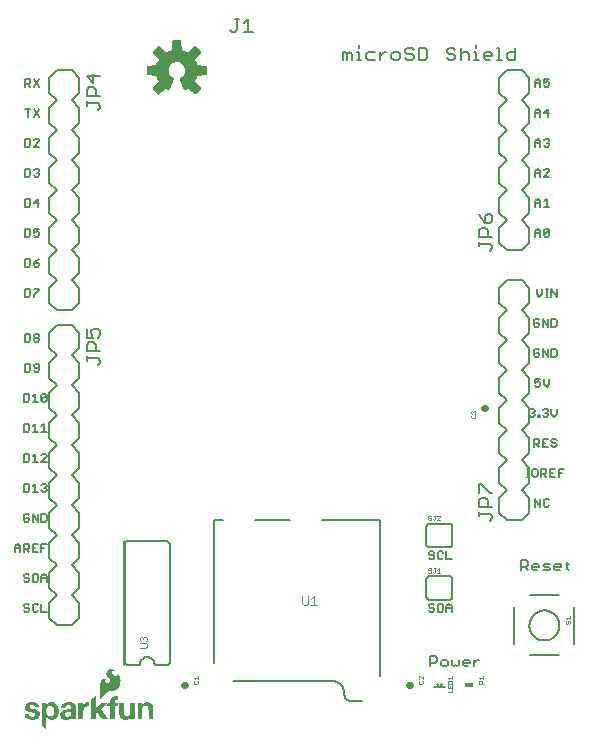
<source format=gbr>
G04 EAGLE Gerber RS-274X export*
G75*
%MOMM*%
%FSLAX34Y34*%
%LPD*%
%INSilkscreen Top*%
%IPPOS*%
%AMOC8*
5,1,8,0,0,1.08239X$1,22.5*%
G01*
%ADD10C,0.254000*%
%ADD11C,0.152400*%
%ADD12C,0.203200*%
%ADD13C,0.076200*%
%ADD14C,0.025400*%
%ADD15R,0.762000X0.457200*%
%ADD16C,0.127000*%
%ADD17C,0.050800*%
%ADD18C,0.558800*%

G36*
X174227Y538366D02*
X174227Y538366D01*
X174335Y538376D01*
X174348Y538382D01*
X174362Y538384D01*
X174459Y538432D01*
X174558Y538477D01*
X174571Y538488D01*
X174580Y538492D01*
X174595Y538507D01*
X174672Y538570D01*
X178980Y542878D01*
X179043Y542966D01*
X179109Y543052D01*
X179114Y543065D01*
X179122Y543077D01*
X179153Y543180D01*
X179189Y543283D01*
X179189Y543297D01*
X179193Y543310D01*
X179189Y543418D01*
X179190Y543527D01*
X179185Y543540D01*
X179185Y543554D01*
X179147Y543655D01*
X179112Y543758D01*
X179103Y543773D01*
X179099Y543782D01*
X179085Y543799D01*
X179031Y543882D01*
X174217Y549785D01*
X175295Y551880D01*
X175302Y551899D01*
X175343Y551994D01*
X176061Y554238D01*
X183640Y555008D01*
X183744Y555036D01*
X183850Y555061D01*
X183862Y555068D01*
X183875Y555071D01*
X183965Y555132D01*
X184058Y555189D01*
X184066Y555200D01*
X184078Y555208D01*
X184144Y555294D01*
X184213Y555378D01*
X184217Y555391D01*
X184226Y555402D01*
X184260Y555505D01*
X184299Y555606D01*
X184300Y555624D01*
X184304Y555633D01*
X184303Y555654D01*
X184313Y555753D01*
X184313Y561847D01*
X184296Y561955D01*
X184282Y562062D01*
X184276Y562074D01*
X184274Y562088D01*
X184222Y562184D01*
X184175Y562281D01*
X184165Y562291D01*
X184159Y562303D01*
X184079Y562377D01*
X184003Y562454D01*
X183991Y562460D01*
X183981Y562470D01*
X183882Y562515D01*
X183784Y562563D01*
X183767Y562567D01*
X183758Y562571D01*
X183737Y562573D01*
X183640Y562592D01*
X176061Y563362D01*
X175343Y565606D01*
X175334Y565624D01*
X175295Y565720D01*
X174217Y567815D01*
X179031Y573719D01*
X179085Y573813D01*
X179142Y573905D01*
X179145Y573918D01*
X179152Y573930D01*
X179173Y574037D01*
X179198Y574142D01*
X179196Y574156D01*
X179199Y574170D01*
X179184Y574277D01*
X179174Y574385D01*
X179168Y574398D01*
X179166Y574412D01*
X179118Y574509D01*
X179073Y574608D01*
X179062Y574621D01*
X179058Y574630D01*
X179043Y574645D01*
X178980Y574722D01*
X174672Y579030D01*
X174584Y579093D01*
X174498Y579159D01*
X174485Y579164D01*
X174473Y579172D01*
X174370Y579203D01*
X174267Y579239D01*
X174253Y579239D01*
X174240Y579243D01*
X174132Y579239D01*
X174023Y579240D01*
X174010Y579235D01*
X173996Y579235D01*
X173895Y579197D01*
X173792Y579162D01*
X173777Y579153D01*
X173768Y579149D01*
X173751Y579135D01*
X173669Y579081D01*
X167765Y574267D01*
X165670Y575345D01*
X165651Y575352D01*
X165556Y575393D01*
X163312Y576111D01*
X162542Y583690D01*
X162514Y583794D01*
X162489Y583900D01*
X162482Y583912D01*
X162479Y583925D01*
X162418Y584015D01*
X162361Y584108D01*
X162350Y584116D01*
X162342Y584128D01*
X162256Y584194D01*
X162172Y584263D01*
X162159Y584267D01*
X162148Y584276D01*
X162045Y584310D01*
X161944Y584349D01*
X161926Y584350D01*
X161917Y584354D01*
X161896Y584353D01*
X161797Y584363D01*
X155703Y584363D01*
X155595Y584346D01*
X155488Y584332D01*
X155476Y584326D01*
X155462Y584324D01*
X155366Y584272D01*
X155269Y584225D01*
X155259Y584215D01*
X155247Y584209D01*
X155173Y584129D01*
X155096Y584053D01*
X155090Y584041D01*
X155080Y584031D01*
X155035Y583932D01*
X154987Y583834D01*
X154983Y583817D01*
X154979Y583808D01*
X154977Y583787D01*
X154958Y583690D01*
X154188Y576111D01*
X151944Y575393D01*
X151926Y575384D01*
X151830Y575345D01*
X149735Y574267D01*
X143832Y579081D01*
X143737Y579135D01*
X143645Y579192D01*
X143632Y579195D01*
X143620Y579202D01*
X143513Y579223D01*
X143408Y579248D01*
X143394Y579246D01*
X143380Y579249D01*
X143273Y579234D01*
X143165Y579224D01*
X143152Y579218D01*
X143139Y579216D01*
X143041Y579168D01*
X142942Y579123D01*
X142929Y579112D01*
X142920Y579108D01*
X142905Y579093D01*
X142828Y579030D01*
X138520Y574722D01*
X138457Y574634D01*
X138391Y574548D01*
X138386Y574535D01*
X138378Y574523D01*
X138347Y574420D01*
X138311Y574317D01*
X138311Y574303D01*
X138307Y574290D01*
X138311Y574182D01*
X138310Y574073D01*
X138315Y574060D01*
X138315Y574046D01*
X138353Y573945D01*
X138388Y573842D01*
X138397Y573827D01*
X138401Y573818D01*
X138415Y573801D01*
X138469Y573719D01*
X143283Y567815D01*
X142205Y565720D01*
X142198Y565701D01*
X142157Y565606D01*
X141439Y563362D01*
X133860Y562592D01*
X133756Y562564D01*
X133650Y562539D01*
X133638Y562532D01*
X133625Y562529D01*
X133535Y562468D01*
X133442Y562411D01*
X133434Y562400D01*
X133422Y562392D01*
X133356Y562306D01*
X133288Y562222D01*
X133283Y562209D01*
X133274Y562198D01*
X133240Y562095D01*
X133201Y561994D01*
X133200Y561976D01*
X133196Y561967D01*
X133197Y561946D01*
X133187Y561847D01*
X133187Y555753D01*
X133205Y555645D01*
X133218Y555538D01*
X133224Y555526D01*
X133226Y555512D01*
X133278Y555416D01*
X133325Y555319D01*
X133335Y555309D01*
X133341Y555297D01*
X133421Y555223D01*
X133497Y555146D01*
X133509Y555140D01*
X133520Y555130D01*
X133618Y555085D01*
X133716Y555037D01*
X133733Y555033D01*
X133742Y555029D01*
X133763Y555027D01*
X133860Y555008D01*
X141439Y554238D01*
X142157Y551994D01*
X142166Y551976D01*
X142205Y551880D01*
X143283Y549785D01*
X138469Y543882D01*
X138415Y543787D01*
X138358Y543695D01*
X138355Y543682D01*
X138348Y543670D01*
X138327Y543563D01*
X138302Y543458D01*
X138304Y543444D01*
X138301Y543430D01*
X138316Y543323D01*
X138326Y543215D01*
X138332Y543202D01*
X138334Y543189D01*
X138382Y543091D01*
X138427Y542992D01*
X138438Y542979D01*
X138442Y542970D01*
X138457Y542955D01*
X138520Y542878D01*
X142828Y538570D01*
X142916Y538507D01*
X143002Y538441D01*
X143015Y538436D01*
X143027Y538428D01*
X143130Y538397D01*
X143233Y538361D01*
X143247Y538361D01*
X143260Y538357D01*
X143368Y538361D01*
X143477Y538360D01*
X143490Y538365D01*
X143504Y538365D01*
X143605Y538403D01*
X143708Y538438D01*
X143723Y538447D01*
X143732Y538451D01*
X143749Y538465D01*
X143832Y538519D01*
X149735Y543333D01*
X151829Y542254D01*
X151882Y542237D01*
X151931Y542211D01*
X151997Y542200D01*
X152061Y542179D01*
X152117Y542180D01*
X152171Y542171D01*
X152238Y542182D01*
X152305Y542183D01*
X152357Y542201D01*
X152412Y542210D01*
X152471Y542242D01*
X152535Y542264D01*
X152579Y542299D01*
X152628Y542325D01*
X152673Y542374D01*
X152726Y542416D01*
X152757Y542463D01*
X152795Y542503D01*
X152851Y542608D01*
X152859Y542621D01*
X152860Y542626D01*
X152864Y542633D01*
X156452Y551295D01*
X156477Y551402D01*
X156506Y551508D01*
X156505Y551521D01*
X156508Y551533D01*
X156497Y551642D01*
X156490Y551752D01*
X156485Y551763D01*
X156484Y551776D01*
X156438Y551876D01*
X156397Y551977D01*
X156388Y551987D01*
X156383Y551998D01*
X156308Y552078D01*
X156236Y552161D01*
X156223Y552170D01*
X156216Y552176D01*
X156198Y552186D01*
X156113Y552243D01*
X154827Y552930D01*
X153758Y553808D01*
X152880Y554878D01*
X152227Y556098D01*
X151826Y557423D01*
X151690Y558798D01*
X151839Y560242D01*
X152279Y561623D01*
X152992Y562885D01*
X153948Y563975D01*
X155106Y564847D01*
X156418Y565463D01*
X157828Y565799D01*
X159277Y565840D01*
X160704Y565584D01*
X162048Y565042D01*
X163254Y564236D01*
X164269Y563202D01*
X165052Y561982D01*
X165569Y560627D01*
X165798Y559196D01*
X165731Y557748D01*
X165369Y556345D01*
X164728Y555044D01*
X163834Y553902D01*
X162727Y552967D01*
X161384Y552241D01*
X161299Y552175D01*
X161211Y552112D01*
X161202Y552100D01*
X161191Y552092D01*
X161131Y552002D01*
X161068Y551914D01*
X161064Y551900D01*
X161056Y551888D01*
X161029Y551784D01*
X160997Y551681D01*
X160998Y551666D01*
X160994Y551652D01*
X161002Y551544D01*
X161005Y551437D01*
X161010Y551419D01*
X161011Y551409D01*
X161020Y551388D01*
X161048Y551295D01*
X161563Y550053D01*
X161563Y550052D01*
X161873Y549304D01*
X161873Y549303D01*
X162183Y548554D01*
X162494Y547805D01*
X163114Y546306D01*
X163425Y545557D01*
X163735Y544808D01*
X164045Y544059D01*
X164045Y544058D01*
X164356Y543309D01*
X164636Y542633D01*
X164665Y542586D01*
X164686Y542534D01*
X164729Y542483D01*
X164765Y542426D01*
X164808Y542391D01*
X164844Y542348D01*
X164901Y542314D01*
X164953Y542271D01*
X165005Y542252D01*
X165053Y542223D01*
X165119Y542209D01*
X165182Y542185D01*
X165237Y542183D01*
X165292Y542172D01*
X165358Y542179D01*
X165425Y542177D01*
X165479Y542193D01*
X165534Y542200D01*
X165645Y542244D01*
X165659Y542248D01*
X165663Y542251D01*
X165671Y542254D01*
X167765Y543333D01*
X173669Y538519D01*
X173763Y538465D01*
X173855Y538408D01*
X173868Y538405D01*
X173880Y538398D01*
X173987Y538377D01*
X174092Y538352D01*
X174106Y538354D01*
X174120Y538351D01*
X174227Y538366D01*
G37*
G36*
X94102Y26497D02*
X94102Y26497D01*
X94104Y26497D01*
X94304Y26797D01*
X94604Y27096D01*
X94604Y27097D01*
X94904Y27497D01*
X95404Y27996D01*
X95404Y27997D01*
X95904Y28597D01*
X96504Y29196D01*
X96504Y29197D01*
X97004Y29897D01*
X98304Y31196D01*
X98304Y31197D01*
X98804Y31796D01*
X99303Y32196D01*
X99803Y32596D01*
X100302Y32895D01*
X100900Y32995D01*
X102800Y32995D01*
X102801Y32995D01*
X104001Y33195D01*
X105101Y33495D01*
X105102Y33496D01*
X105102Y33495D01*
X106102Y33895D01*
X106102Y33896D01*
X106103Y33896D01*
X107103Y34496D01*
X107903Y35196D01*
X107904Y35196D01*
X108704Y35996D01*
X108704Y35997D01*
X109404Y36897D01*
X109404Y36898D01*
X110404Y38698D01*
X110405Y38699D01*
X110905Y40499D01*
X110904Y40499D01*
X110905Y40500D01*
X111005Y42300D01*
X111005Y42301D01*
X110705Y43901D01*
X110704Y43901D01*
X110705Y43902D01*
X110205Y45302D01*
X110204Y45302D01*
X110204Y45303D01*
X109504Y46503D01*
X108704Y47403D01*
X108703Y47403D01*
X108702Y47404D01*
X107902Y47804D01*
X107901Y47804D01*
X107901Y47805D01*
X107899Y47804D01*
X107896Y47803D01*
X107896Y47801D01*
X107895Y47800D01*
X107895Y47001D01*
X107795Y46702D01*
X107696Y46403D01*
X107398Y46205D01*
X107099Y46105D01*
X106401Y46105D01*
X105602Y46504D01*
X105303Y46704D01*
X104903Y47004D01*
X104603Y47204D01*
X104304Y47503D01*
X104104Y47902D01*
X104104Y47903D01*
X103905Y48202D01*
X103805Y48601D01*
X103805Y48602D01*
X103705Y48900D01*
X103805Y49198D01*
X103904Y49398D01*
X103905Y49398D01*
X104005Y49698D01*
X104204Y49996D01*
X104603Y50296D01*
X105002Y50495D01*
X105501Y50595D01*
X105901Y50695D01*
X106199Y50695D01*
X106498Y50595D01*
X106499Y50596D01*
X106500Y50595D01*
X106800Y50595D01*
X106801Y50596D01*
X106803Y50596D01*
X106803Y50598D01*
X106805Y50599D01*
X106803Y50601D01*
X106804Y50604D01*
X106704Y50704D01*
X106703Y50704D01*
X106303Y51004D01*
X106302Y51004D01*
X105702Y51304D01*
X105702Y51305D01*
X104902Y51605D01*
X104002Y51905D01*
X104001Y51904D01*
X104000Y51905D01*
X103000Y51905D01*
X102999Y51905D01*
X101899Y51705D01*
X101898Y51704D01*
X100798Y51104D01*
X100797Y51104D01*
X99897Y50304D01*
X99897Y50303D01*
X99896Y50303D01*
X99396Y49603D01*
X99396Y49602D01*
X99395Y49602D01*
X99095Y48702D01*
X99095Y48701D01*
X99096Y48701D01*
X99095Y48700D01*
X99095Y47900D01*
X99096Y47899D01*
X99095Y47899D01*
X99295Y46999D01*
X99296Y46998D01*
X99796Y46098D01*
X99796Y46097D01*
X100496Y45297D01*
X101296Y44397D01*
X101996Y43597D01*
X102295Y42899D01*
X102295Y42201D01*
X102096Y41603D01*
X101697Y41104D01*
X101098Y40705D01*
X100299Y40505D01*
X99500Y40505D01*
X99001Y40605D01*
X98502Y40804D01*
X98203Y41004D01*
X97904Y41303D01*
X97705Y41702D01*
X97605Y42001D01*
X97605Y42299D01*
X97705Y42598D01*
X97904Y42897D01*
X98303Y43296D01*
X98602Y43395D01*
X98602Y43396D01*
X99002Y43596D01*
X99003Y43597D01*
X99004Y43596D01*
X99104Y43696D01*
X99104Y43697D01*
X99104Y43699D01*
X99104Y43703D01*
X99103Y43703D01*
X99102Y43704D01*
X98902Y43804D01*
X98901Y43804D01*
X98900Y43805D01*
X98701Y43805D01*
X98301Y43905D01*
X98300Y43904D01*
X98300Y43905D01*
X97500Y43905D01*
X97499Y43905D01*
X96899Y43805D01*
X96899Y43804D01*
X96898Y43805D01*
X95898Y43405D01*
X95898Y43404D01*
X95897Y43404D01*
X95497Y43104D01*
X94997Y42804D01*
X94997Y42803D01*
X94996Y42803D01*
X94696Y42303D01*
X94696Y42302D01*
X94396Y41702D01*
X94395Y41702D01*
X94195Y41102D01*
X94196Y41101D01*
X94195Y41101D01*
X93995Y39301D01*
X93995Y39300D01*
X93995Y26500D01*
X93999Y26495D01*
X94000Y26495D01*
X94100Y26495D01*
X94102Y26497D01*
G37*
G36*
X48301Y996D02*
X48301Y996D01*
X48303Y996D01*
X48303Y998D01*
X48305Y1000D01*
X48305Y11195D01*
X48398Y11195D01*
X48796Y10697D01*
X49196Y10197D01*
X49197Y10197D01*
X49197Y10196D01*
X50197Y9596D01*
X50198Y9596D01*
X50798Y9296D01*
X50799Y9296D01*
X50799Y9295D01*
X52599Y8995D01*
X52600Y8996D01*
X52601Y8995D01*
X54101Y9195D01*
X54101Y9196D01*
X54102Y9195D01*
X55302Y9595D01*
X55302Y9596D01*
X55303Y9596D01*
X56403Y10396D01*
X56403Y10397D01*
X56404Y10396D01*
X57304Y11296D01*
X57304Y11297D01*
X57304Y11298D01*
X57904Y12398D01*
X57905Y12398D01*
X58405Y13598D01*
X58404Y13599D01*
X58405Y13599D01*
X58705Y14899D01*
X58705Y14900D01*
X58707Y14923D01*
X58707Y14924D01*
X58708Y14938D01*
X58712Y14993D01*
X58713Y15008D01*
X58717Y15063D01*
X58718Y15078D01*
X58722Y15132D01*
X58723Y15147D01*
X58727Y15202D01*
X58728Y15217D01*
X58732Y15271D01*
X58733Y15286D01*
X58736Y15341D01*
X58737Y15341D01*
X58736Y15341D01*
X58738Y15356D01*
X58741Y15410D01*
X58743Y15425D01*
X58746Y15480D01*
X58747Y15495D01*
X58748Y15495D01*
X58751Y15550D01*
X58752Y15564D01*
X58756Y15619D01*
X58757Y15634D01*
X58761Y15689D01*
X58762Y15704D01*
X58766Y15758D01*
X58767Y15773D01*
X58771Y15828D01*
X58772Y15843D01*
X58776Y15897D01*
X58777Y15912D01*
X58781Y15967D01*
X58782Y15982D01*
X58786Y16036D01*
X58786Y16037D01*
X58787Y16051D01*
X58791Y16106D01*
X58792Y16121D01*
X58796Y16176D01*
X58797Y16191D01*
X58801Y16245D01*
X58802Y16260D01*
X58805Y16300D01*
X58705Y17800D01*
X58705Y17801D01*
X58405Y19201D01*
X58005Y20501D01*
X58004Y20502D01*
X58004Y20503D01*
X57304Y21603D01*
X56404Y22603D01*
X56403Y22603D01*
X56403Y22604D01*
X55303Y23304D01*
X55302Y23304D01*
X55302Y23305D01*
X53902Y23805D01*
X53901Y23804D01*
X53900Y23805D01*
X53877Y23807D01*
X53876Y23807D01*
X53802Y23812D01*
X53728Y23817D01*
X53727Y23817D01*
X53653Y23821D01*
X53578Y23826D01*
X53504Y23831D01*
X53429Y23836D01*
X53355Y23841D01*
X53280Y23846D01*
X53206Y23851D01*
X53131Y23856D01*
X53057Y23861D01*
X52982Y23866D01*
X52908Y23871D01*
X52833Y23876D01*
X52759Y23881D01*
X52758Y23881D01*
X52684Y23886D01*
X52610Y23891D01*
X52609Y23891D01*
X52535Y23896D01*
X52460Y23901D01*
X52400Y23905D01*
X51700Y23905D01*
X51699Y23905D01*
X50499Y23705D01*
X50498Y23704D01*
X50497Y23704D01*
X49497Y23104D01*
X48997Y22704D01*
X48996Y22704D01*
X48596Y22304D01*
X48596Y22303D01*
X48205Y21814D01*
X48205Y23600D01*
X48204Y23601D01*
X48201Y23605D01*
X48200Y23604D01*
X48199Y23605D01*
X47199Y23405D01*
X46799Y23305D01*
X46299Y23205D01*
X45899Y23105D01*
X45400Y23105D01*
X45399Y23105D01*
X44899Y23005D01*
X44499Y22905D01*
X44496Y22901D01*
X44495Y22900D01*
X44495Y4400D01*
X44497Y4398D01*
X44497Y4396D01*
X44997Y3996D01*
X45896Y3096D01*
X45897Y3096D01*
X47397Y1896D01*
X48296Y996D01*
X48298Y996D01*
X48299Y995D01*
X48301Y996D01*
G37*
G36*
X65401Y8996D02*
X65401Y8996D01*
X65402Y8995D01*
X65701Y9095D01*
X66100Y9095D01*
X66101Y9096D01*
X66102Y9095D01*
X66401Y9195D01*
X66700Y9195D01*
X66701Y9196D01*
X66702Y9195D01*
X67902Y9595D01*
X67902Y9596D01*
X67903Y9596D01*
X68202Y9796D01*
X68502Y9895D01*
X68502Y9896D01*
X68503Y9896D01*
X68803Y10096D01*
X68803Y10097D01*
X68804Y10096D01*
X69003Y10296D01*
X69303Y10496D01*
X69303Y10497D01*
X69304Y10497D01*
X69495Y10784D01*
X69495Y10200D01*
X69497Y10198D01*
X69496Y10196D01*
X69595Y10098D01*
X69595Y9800D01*
X69597Y9798D01*
X69596Y9796D01*
X69695Y9698D01*
X69695Y9600D01*
X69697Y9598D01*
X69696Y9596D01*
X69795Y9498D01*
X69795Y9400D01*
X69799Y9395D01*
X69800Y9395D01*
X73700Y9395D01*
X73705Y9399D01*
X73705Y9400D01*
X73705Y9500D01*
X73703Y9502D01*
X73704Y9504D01*
X73604Y9603D01*
X73505Y9801D01*
X73505Y10100D01*
X73504Y10101D01*
X73504Y10102D01*
X73405Y10301D01*
X73405Y10500D01*
X73404Y10501D01*
X73404Y10502D01*
X73305Y10701D01*
X73305Y11600D01*
X73304Y11601D01*
X73304Y11602D01*
X73205Y11801D01*
X73205Y20500D01*
X73205Y20501D01*
X73105Y21001D01*
X73104Y21001D01*
X73105Y21002D01*
X72905Y21502D01*
X72904Y21502D01*
X72704Y21902D01*
X72704Y21903D01*
X72404Y22303D01*
X72403Y22303D01*
X72403Y22304D01*
X71203Y23204D01*
X71202Y23204D01*
X71202Y23205D01*
X70702Y23405D01*
X70701Y23404D01*
X70701Y23405D01*
X70201Y23505D01*
X69702Y23705D01*
X69701Y23704D01*
X69701Y23705D01*
X69201Y23805D01*
X69200Y23805D01*
X68600Y23805D01*
X68101Y23905D01*
X68100Y23905D01*
X65800Y23905D01*
X65799Y23905D01*
X65299Y23805D01*
X64699Y23705D01*
X64699Y23704D01*
X64698Y23705D01*
X64099Y23505D01*
X63599Y23405D01*
X63599Y23404D01*
X63598Y23405D01*
X63098Y23205D01*
X63098Y23204D01*
X63097Y23204D01*
X62097Y22604D01*
X61697Y22304D01*
X61697Y22303D01*
X61696Y22303D01*
X61396Y21903D01*
X61096Y21403D01*
X60796Y21003D01*
X60796Y21002D01*
X60795Y21002D01*
X60595Y20402D01*
X60596Y20401D01*
X60595Y20401D01*
X60595Y20399D01*
X60593Y20389D01*
X60591Y20379D01*
X60590Y20369D01*
X60588Y20359D01*
X60587Y20349D01*
X60586Y20349D01*
X60587Y20349D01*
X60585Y20339D01*
X60583Y20329D01*
X60582Y20319D01*
X60580Y20310D01*
X60580Y20309D01*
X60578Y20300D01*
X60577Y20290D01*
X60575Y20280D01*
X60573Y20270D01*
X60572Y20260D01*
X60570Y20250D01*
X60568Y20240D01*
X60567Y20230D01*
X60565Y20220D01*
X60563Y20210D01*
X60562Y20200D01*
X60560Y20190D01*
X60558Y20180D01*
X60557Y20170D01*
X60555Y20160D01*
X60553Y20151D01*
X60553Y20150D01*
X60552Y20141D01*
X60550Y20131D01*
X60548Y20121D01*
X60547Y20111D01*
X60545Y20101D01*
X60543Y20091D01*
X60542Y20081D01*
X60540Y20071D01*
X60538Y20061D01*
X60537Y20051D01*
X60535Y20041D01*
X60534Y20031D01*
X60533Y20031D01*
X60534Y20031D01*
X60532Y20021D01*
X60530Y20011D01*
X60529Y20001D01*
X60527Y19992D01*
X60527Y19991D01*
X60525Y19982D01*
X60524Y19972D01*
X60522Y19962D01*
X60520Y19952D01*
X60519Y19942D01*
X60517Y19932D01*
X60515Y19922D01*
X60514Y19912D01*
X60512Y19902D01*
X60510Y19892D01*
X60509Y19882D01*
X60507Y19872D01*
X60505Y19862D01*
X60504Y19852D01*
X60502Y19842D01*
X60500Y19833D01*
X60500Y19832D01*
X60499Y19823D01*
X60497Y19813D01*
X60495Y19803D01*
X60495Y19801D01*
X60494Y19793D01*
X60492Y19783D01*
X60490Y19773D01*
X60489Y19763D01*
X60487Y19753D01*
X60485Y19743D01*
X60484Y19733D01*
X60482Y19723D01*
X60481Y19713D01*
X60480Y19713D01*
X60481Y19713D01*
X60479Y19703D01*
X60477Y19693D01*
X60476Y19683D01*
X60474Y19674D01*
X60474Y19673D01*
X60472Y19664D01*
X60471Y19654D01*
X60469Y19644D01*
X60467Y19634D01*
X60466Y19624D01*
X60464Y19614D01*
X60462Y19604D01*
X60461Y19594D01*
X60459Y19584D01*
X60457Y19574D01*
X60456Y19564D01*
X60454Y19554D01*
X60452Y19544D01*
X60451Y19534D01*
X60449Y19524D01*
X60447Y19515D01*
X60447Y19514D01*
X60446Y19505D01*
X60444Y19495D01*
X60442Y19485D01*
X60441Y19475D01*
X60439Y19465D01*
X60437Y19455D01*
X60436Y19445D01*
X60434Y19435D01*
X60432Y19425D01*
X60431Y19415D01*
X60429Y19405D01*
X60428Y19395D01*
X60427Y19395D01*
X60428Y19395D01*
X60426Y19385D01*
X60424Y19375D01*
X60423Y19365D01*
X60421Y19356D01*
X60421Y19355D01*
X60419Y19346D01*
X60418Y19336D01*
X60416Y19326D01*
X60414Y19316D01*
X60413Y19306D01*
X60411Y19296D01*
X60409Y19286D01*
X60408Y19276D01*
X60406Y19266D01*
X60404Y19256D01*
X60403Y19246D01*
X60401Y19236D01*
X60399Y19226D01*
X60398Y19216D01*
X60396Y19206D01*
X60395Y19201D01*
X60396Y19200D01*
X60399Y19195D01*
X60399Y19196D01*
X60400Y19195D01*
X64300Y19195D01*
X64305Y19199D01*
X64305Y19200D01*
X64305Y19699D01*
X64404Y19898D01*
X64405Y19898D01*
X64505Y20198D01*
X64604Y20397D01*
X65003Y20796D01*
X66001Y21295D01*
X67799Y21295D01*
X67998Y21196D01*
X67999Y21196D01*
X68000Y21195D01*
X68199Y21195D01*
X68796Y20896D01*
X68896Y20698D01*
X68897Y20697D01*
X68896Y20696D01*
X68996Y20597D01*
X69295Y19999D01*
X69295Y18902D01*
X68997Y18504D01*
X68498Y18205D01*
X67899Y18005D01*
X67199Y17805D01*
X66499Y17705D01*
X63799Y17405D01*
X62999Y17205D01*
X62998Y17205D01*
X62198Y16905D01*
X62198Y16904D01*
X61498Y16504D01*
X61497Y16504D01*
X60797Y15904D01*
X60797Y15903D01*
X60796Y15902D01*
X60396Y15202D01*
X60395Y15202D01*
X60095Y14302D01*
X60095Y14301D01*
X59895Y13201D01*
X59896Y13200D01*
X59895Y13199D01*
X59995Y12700D01*
X59995Y12200D01*
X59996Y12199D01*
X59996Y12198D01*
X60195Y11798D01*
X60295Y11299D01*
X60296Y11298D01*
X60296Y11297D01*
X60496Y10997D01*
X60796Y10597D01*
X60996Y10297D01*
X60997Y10297D01*
X60996Y10296D01*
X61296Y9996D01*
X61298Y9996D01*
X61698Y9796D01*
X61997Y9596D01*
X61998Y9596D01*
X62398Y9396D01*
X62398Y9395D01*
X62898Y9195D01*
X62899Y9196D01*
X62899Y9195D01*
X63299Y9095D01*
X63300Y9096D01*
X63300Y9095D01*
X63800Y9095D01*
X64299Y8995D01*
X64300Y8995D01*
X65400Y8995D01*
X65401Y8996D01*
G37*
G36*
X89905Y9399D02*
X89905Y9399D01*
X89905Y9400D01*
X89905Y14298D01*
X91399Y15692D01*
X95296Y9397D01*
X95299Y9396D01*
X95300Y9395D01*
X100000Y9395D01*
X100001Y9396D01*
X100002Y9396D01*
X100003Y9397D01*
X100005Y9399D01*
X100004Y9401D01*
X100004Y9403D01*
X94106Y18399D01*
X99404Y23596D01*
X99404Y23598D01*
X99405Y23599D01*
X99404Y23601D01*
X99404Y23603D01*
X99402Y23603D01*
X99400Y23605D01*
X94800Y23605D01*
X94798Y23603D01*
X94796Y23603D01*
X89905Y18512D01*
X89905Y28900D01*
X89904Y28901D01*
X89905Y28902D01*
X89903Y28902D01*
X89901Y28905D01*
X89899Y28904D01*
X89898Y28904D01*
X85998Y26804D01*
X85997Y26802D01*
X85996Y26801D01*
X85995Y26800D01*
X85995Y9400D01*
X85999Y9395D01*
X86000Y9395D01*
X89900Y9395D01*
X89905Y9399D01*
G37*
G36*
X129305Y9399D02*
X129305Y9399D01*
X129305Y9400D01*
X129305Y17800D01*
X129405Y18699D01*
X129705Y19398D01*
X130004Y19897D01*
X130403Y20396D01*
X130902Y20695D01*
X131501Y20795D01*
X132300Y20895D01*
X132899Y20795D01*
X133398Y20695D01*
X133897Y20396D01*
X134196Y19997D01*
X134495Y19498D01*
X134595Y18899D01*
X134695Y18199D01*
X134795Y17400D01*
X134795Y9400D01*
X134799Y9395D01*
X134800Y9395D01*
X138700Y9395D01*
X138705Y9399D01*
X138705Y9400D01*
X138705Y18100D01*
X138605Y19400D01*
X138605Y19401D01*
X138405Y20501D01*
X138105Y21501D01*
X138104Y21502D01*
X138104Y21503D01*
X137604Y22303D01*
X137604Y22304D01*
X136904Y23004D01*
X136903Y23004D01*
X136902Y23004D01*
X136002Y23504D01*
X136001Y23505D01*
X134901Y23805D01*
X134900Y23805D01*
X134839Y23809D01*
X134769Y23814D01*
X134700Y23819D01*
X134630Y23824D01*
X134561Y23829D01*
X134560Y23829D01*
X134491Y23834D01*
X134421Y23839D01*
X134352Y23844D01*
X134282Y23849D01*
X134213Y23854D01*
X134143Y23859D01*
X134074Y23864D01*
X134073Y23864D01*
X134004Y23869D01*
X133934Y23874D01*
X133865Y23879D01*
X133795Y23884D01*
X133726Y23889D01*
X133656Y23894D01*
X133587Y23899D01*
X133517Y23904D01*
X133500Y23905D01*
X132900Y23905D01*
X132899Y23905D01*
X132299Y23805D01*
X132299Y23804D01*
X132298Y23805D01*
X131098Y23405D01*
X131098Y23404D01*
X131097Y23404D01*
X130497Y23004D01*
X129997Y22604D01*
X129996Y22604D01*
X129596Y22204D01*
X129596Y22203D01*
X129197Y21605D01*
X129105Y21605D01*
X129105Y23600D01*
X129101Y23605D01*
X129100Y23605D01*
X125400Y23605D01*
X125395Y23601D01*
X125395Y23600D01*
X125395Y9400D01*
X125399Y9395D01*
X125400Y9395D01*
X129300Y9395D01*
X129305Y9399D01*
G37*
G36*
X115200Y8996D02*
X115200Y8996D01*
X115201Y8995D01*
X115801Y9095D01*
X116501Y9195D01*
X116501Y9196D01*
X116502Y9195D01*
X117102Y9395D01*
X117602Y9595D01*
X117602Y9596D01*
X118202Y9896D01*
X118203Y9896D01*
X118703Y10296D01*
X118703Y10297D01*
X118704Y10297D01*
X119104Y10797D01*
X119503Y11395D01*
X119595Y11395D01*
X119595Y9400D01*
X119599Y9395D01*
X119600Y9395D01*
X123300Y9395D01*
X123305Y9399D01*
X123305Y9400D01*
X123305Y23600D01*
X123301Y23605D01*
X123300Y23605D01*
X119400Y23605D01*
X119395Y23601D01*
X119395Y23600D01*
X119395Y15100D01*
X119394Y15092D01*
X119393Y15087D01*
X119393Y15082D01*
X119389Y15053D01*
X119388Y15048D01*
X119388Y15043D01*
X119384Y15013D01*
X119383Y15008D01*
X119383Y15003D01*
X119379Y14973D01*
X119379Y14968D01*
X119378Y14968D01*
X119379Y14968D01*
X119378Y14963D01*
X119374Y14933D01*
X119374Y14928D01*
X119373Y14923D01*
X119369Y14894D01*
X119369Y14889D01*
X119368Y14884D01*
X119364Y14854D01*
X119364Y14849D01*
X119363Y14844D01*
X119359Y14814D01*
X119359Y14809D01*
X119358Y14804D01*
X119354Y14774D01*
X119354Y14769D01*
X119353Y14764D01*
X119349Y14735D01*
X119349Y14730D01*
X119348Y14725D01*
X119344Y14695D01*
X119344Y14690D01*
X119343Y14685D01*
X119339Y14655D01*
X119339Y14650D01*
X119338Y14645D01*
X119334Y14615D01*
X119334Y14610D01*
X119333Y14605D01*
X119329Y14576D01*
X119329Y14571D01*
X119328Y14566D01*
X119324Y14536D01*
X119324Y14531D01*
X119323Y14526D01*
X119320Y14496D01*
X119319Y14496D01*
X119320Y14496D01*
X119319Y14491D01*
X119318Y14486D01*
X119315Y14456D01*
X119314Y14451D01*
X119313Y14446D01*
X119310Y14417D01*
X119309Y14412D01*
X119308Y14407D01*
X119305Y14377D01*
X119304Y14372D01*
X119303Y14367D01*
X119300Y14337D01*
X119299Y14332D01*
X119298Y14327D01*
X119295Y14301D01*
X118995Y13602D01*
X118696Y13003D01*
X118297Y12604D01*
X117798Y12305D01*
X117199Y12205D01*
X116400Y12105D01*
X115801Y12205D01*
X115302Y12305D01*
X114803Y12604D01*
X114504Y13003D01*
X114205Y13402D01*
X114105Y14001D01*
X113905Y15600D01*
X113905Y23600D01*
X113901Y23605D01*
X113900Y23605D01*
X110100Y23605D01*
X110095Y23601D01*
X110095Y23600D01*
X110095Y13600D01*
X110095Y13599D01*
X110295Y12499D01*
X110595Y11499D01*
X110596Y11498D01*
X111096Y10598D01*
X111097Y10597D01*
X111097Y10596D01*
X111797Y9996D01*
X111798Y9996D01*
X112698Y9496D01*
X112698Y9495D01*
X113798Y9095D01*
X113799Y9096D01*
X113800Y9095D01*
X115200Y8995D01*
X115200Y8996D01*
G37*
G36*
X37600Y9095D02*
X37600Y9095D01*
X37601Y9095D01*
X38801Y9295D01*
X39901Y9595D01*
X39902Y9596D01*
X40902Y10096D01*
X40903Y10096D01*
X41703Y10796D01*
X41703Y10797D01*
X41704Y10797D01*
X42304Y11597D01*
X42304Y11598D01*
X42305Y11598D01*
X42705Y12698D01*
X42704Y12699D01*
X42705Y12699D01*
X42905Y13999D01*
X42904Y14000D01*
X42905Y14001D01*
X42805Y14901D01*
X42804Y14901D01*
X42805Y14902D01*
X42505Y15602D01*
X42504Y15602D01*
X42504Y15603D01*
X42104Y16203D01*
X42103Y16203D01*
X42103Y16204D01*
X41503Y16704D01*
X41502Y16704D01*
X40102Y17504D01*
X40101Y17505D01*
X39201Y17705D01*
X36801Y18305D01*
X36001Y18405D01*
X35402Y18605D01*
X34803Y18904D01*
X34404Y19204D01*
X34105Y19602D01*
X34005Y20001D01*
X34005Y20399D01*
X34204Y20697D01*
X34403Y20996D01*
X34701Y21095D01*
X35101Y21195D01*
X35102Y21195D01*
X35401Y21295D01*
X37099Y21295D01*
X37598Y21096D01*
X37998Y20896D01*
X38296Y20696D01*
X38496Y20398D01*
X38695Y19899D01*
X38795Y19399D01*
X38799Y19396D01*
X38800Y19395D01*
X42500Y19395D01*
X42501Y19396D01*
X42505Y19399D01*
X42504Y19400D01*
X42505Y19401D01*
X42305Y20601D01*
X42304Y20601D01*
X42304Y20602D01*
X41804Y21602D01*
X41804Y21603D01*
X41204Y22403D01*
X41203Y22403D01*
X41203Y22404D01*
X40403Y23004D01*
X40402Y23004D01*
X40402Y23005D01*
X39502Y23405D01*
X39502Y23404D01*
X39501Y23405D01*
X38501Y23705D01*
X37401Y23905D01*
X37400Y23905D01*
X35100Y23905D01*
X35099Y23905D01*
X33999Y23705D01*
X32999Y23505D01*
X32999Y23504D01*
X32998Y23504D01*
X31998Y23004D01*
X31997Y23004D01*
X31297Y22404D01*
X31297Y22403D01*
X31296Y22403D01*
X30596Y21603D01*
X30596Y21602D01*
X30595Y21602D01*
X30195Y20602D01*
X30196Y20601D01*
X30195Y20600D01*
X30095Y19400D01*
X30095Y19399D01*
X30195Y18499D01*
X30196Y18499D01*
X30195Y18498D01*
X30495Y17798D01*
X30496Y17798D01*
X30496Y17797D01*
X30896Y17197D01*
X30897Y17197D01*
X30897Y17196D01*
X31497Y16796D01*
X31498Y16796D01*
X32198Y16396D01*
X32198Y16395D01*
X32898Y16095D01*
X33698Y15795D01*
X33699Y15796D01*
X33699Y15795D01*
X34599Y15595D01*
X35599Y15395D01*
X37199Y14995D01*
X37798Y14796D01*
X38297Y14496D01*
X38696Y14197D01*
X38895Y13798D01*
X38995Y13400D01*
X38895Y13001D01*
X38796Y12603D01*
X38497Y12304D01*
X38097Y12004D01*
X37698Y11805D01*
X37299Y11705D01*
X36900Y11705D01*
X36899Y11704D01*
X36899Y11705D01*
X36500Y11605D01*
X35901Y11705D01*
X35401Y11805D01*
X34802Y11905D01*
X34403Y12204D01*
X34004Y12504D01*
X33704Y12903D01*
X33505Y13401D01*
X33505Y14000D01*
X33501Y14005D01*
X33500Y14005D01*
X29800Y14005D01*
X29795Y14001D01*
X29796Y14000D01*
X29795Y13999D01*
X29995Y12699D01*
X29996Y12699D01*
X29995Y12698D01*
X30395Y11698D01*
X30396Y11698D01*
X30396Y11697D01*
X31096Y10797D01*
X31097Y10797D01*
X31097Y10796D01*
X31897Y10096D01*
X31898Y10096D01*
X32898Y9596D01*
X32899Y9595D01*
X33999Y9295D01*
X35199Y9095D01*
X35200Y9095D01*
X36400Y8995D01*
X37600Y9095D01*
G37*
G36*
X106205Y9399D02*
X106205Y9399D01*
X106205Y9400D01*
X106205Y20995D01*
X108900Y20995D01*
X108905Y20999D01*
X108905Y21000D01*
X108905Y23600D01*
X108901Y23605D01*
X108900Y23605D01*
X106205Y23605D01*
X106205Y24399D01*
X106305Y24799D01*
X106304Y24800D01*
X106305Y24800D01*
X106305Y25199D01*
X106404Y25398D01*
X106603Y25696D01*
X107002Y25895D01*
X107401Y25995D01*
X109100Y25995D01*
X109105Y25999D01*
X109105Y26000D01*
X109105Y28800D01*
X109103Y28803D01*
X109102Y28804D01*
X108902Y28904D01*
X108901Y28904D01*
X108900Y28905D01*
X106000Y28905D01*
X105999Y28904D01*
X105999Y28905D01*
X104999Y28605D01*
X104998Y28604D01*
X104198Y28204D01*
X104197Y28204D01*
X103497Y27704D01*
X103497Y27703D01*
X103496Y27703D01*
X102996Y27103D01*
X102996Y27102D01*
X102995Y27102D01*
X102695Y26402D01*
X102395Y25602D01*
X102396Y25601D01*
X102395Y25600D01*
X102395Y23605D01*
X101200Y23605D01*
X101198Y23603D01*
X101196Y23603D01*
X100896Y23204D01*
X100497Y22904D01*
X100496Y22904D01*
X98897Y21304D01*
X98497Y21004D01*
X98497Y21002D01*
X98495Y21001D01*
X98496Y21000D01*
X98496Y20998D01*
X98498Y20997D01*
X98500Y20995D01*
X102395Y20995D01*
X102395Y9400D01*
X102399Y9395D01*
X102400Y9395D01*
X106200Y9395D01*
X106205Y9399D01*
G37*
G36*
X79305Y9399D02*
X79305Y9399D01*
X79305Y9400D01*
X79305Y16699D01*
X79505Y17599D01*
X79705Y18298D01*
X80104Y18997D01*
X80603Y19596D01*
X81302Y19995D01*
X82101Y20195D01*
X83101Y20295D01*
X84199Y20295D01*
X84398Y20196D01*
X84399Y20196D01*
X84400Y20195D01*
X84500Y20195D01*
X84505Y20199D01*
X84505Y20200D01*
X84505Y23800D01*
X84501Y23805D01*
X84500Y23805D01*
X84402Y23805D01*
X84304Y23904D01*
X84301Y23904D01*
X84300Y23905D01*
X82900Y23905D01*
X82899Y23904D01*
X82899Y23905D01*
X82199Y23705D01*
X82198Y23705D01*
X81598Y23505D01*
X81598Y23504D01*
X80898Y23104D01*
X80897Y23104D01*
X80397Y22704D01*
X80397Y22703D01*
X80396Y22703D01*
X79896Y22103D01*
X79496Y21603D01*
X79496Y21602D01*
X79105Y20919D01*
X79105Y23600D01*
X79105Y23601D01*
X79104Y23601D01*
X79101Y23605D01*
X79100Y23604D01*
X79099Y23605D01*
X78699Y23505D01*
X78199Y23405D01*
X77699Y23305D01*
X77299Y23205D01*
X76800Y23105D01*
X76300Y23105D01*
X76299Y23104D01*
X76299Y23105D01*
X75899Y23005D01*
X75399Y22905D01*
X75397Y22902D01*
X75395Y22901D01*
X75396Y22900D01*
X75395Y22900D01*
X75395Y9400D01*
X75399Y9395D01*
X75400Y9395D01*
X79300Y9395D01*
X79305Y9399D01*
G37*
%LPC*%
G36*
X50701Y12105D02*
X50701Y12105D01*
X50002Y12304D01*
X49403Y12804D01*
X48904Y13303D01*
X48605Y14002D01*
X48405Y14801D01*
X48205Y15601D01*
X48205Y17300D01*
X48206Y17312D01*
X48207Y17312D01*
X48207Y17317D01*
X48208Y17322D01*
X48208Y17327D01*
X48211Y17352D01*
X48212Y17356D01*
X48212Y17357D01*
X48213Y17361D01*
X48213Y17366D01*
X48216Y17391D01*
X48217Y17396D01*
X48218Y17401D01*
X48218Y17406D01*
X48221Y17431D01*
X48222Y17436D01*
X48223Y17441D01*
X48223Y17446D01*
X48226Y17471D01*
X48227Y17476D01*
X48228Y17481D01*
X48228Y17486D01*
X48231Y17511D01*
X48232Y17515D01*
X48232Y17516D01*
X48233Y17520D01*
X48233Y17525D01*
X48236Y17550D01*
X48237Y17555D01*
X48238Y17560D01*
X48238Y17565D01*
X48241Y17590D01*
X48242Y17595D01*
X48243Y17600D01*
X48243Y17605D01*
X48246Y17630D01*
X48247Y17635D01*
X48247Y17640D01*
X48248Y17640D01*
X48247Y17640D01*
X48248Y17645D01*
X48251Y17670D01*
X48252Y17674D01*
X48252Y17675D01*
X48252Y17679D01*
X48253Y17684D01*
X48256Y17709D01*
X48257Y17714D01*
X48257Y17719D01*
X48258Y17724D01*
X48261Y17749D01*
X48262Y17754D01*
X48262Y17759D01*
X48263Y17764D01*
X48266Y17789D01*
X48267Y17794D01*
X48267Y17799D01*
X48268Y17804D01*
X48271Y17829D01*
X48272Y17833D01*
X48272Y17834D01*
X48272Y17838D01*
X48273Y17843D01*
X48276Y17868D01*
X48277Y17873D01*
X48277Y17878D01*
X48278Y17883D01*
X48281Y17908D01*
X48282Y17913D01*
X48282Y17918D01*
X48283Y17923D01*
X48286Y17948D01*
X48287Y17953D01*
X48287Y17958D01*
X48288Y17963D01*
X48291Y17988D01*
X48292Y17992D01*
X48292Y17993D01*
X48292Y17997D01*
X48293Y18002D01*
X48296Y18027D01*
X48297Y18032D01*
X48297Y18037D01*
X48298Y18042D01*
X48301Y18067D01*
X48302Y18072D01*
X48302Y18077D01*
X48303Y18082D01*
X48305Y18099D01*
X48605Y18898D01*
X48904Y19597D01*
X49403Y20196D01*
X49903Y20596D01*
X50701Y20895D01*
X51500Y20995D01*
X52399Y20895D01*
X53098Y20596D01*
X53697Y20196D01*
X54196Y19597D01*
X54495Y18898D01*
X54795Y18099D01*
X54895Y17300D01*
X54895Y15600D01*
X54894Y15591D01*
X54893Y15586D01*
X54893Y15581D01*
X54889Y15551D01*
X54888Y15546D01*
X54888Y15541D01*
X54884Y15511D01*
X54883Y15506D01*
X54883Y15501D01*
X54879Y15471D01*
X54878Y15466D01*
X54878Y15461D01*
X54874Y15432D01*
X54873Y15427D01*
X54873Y15422D01*
X54869Y15392D01*
X54868Y15387D01*
X54868Y15382D01*
X54864Y15352D01*
X54863Y15347D01*
X54863Y15342D01*
X54859Y15312D01*
X54858Y15307D01*
X54858Y15302D01*
X54854Y15273D01*
X54853Y15268D01*
X54853Y15263D01*
X54849Y15233D01*
X54848Y15228D01*
X54848Y15223D01*
X54844Y15193D01*
X54844Y15188D01*
X54843Y15188D01*
X54844Y15188D01*
X54843Y15183D01*
X54839Y15153D01*
X54839Y15148D01*
X54838Y15143D01*
X54834Y15114D01*
X54834Y15109D01*
X54833Y15104D01*
X54829Y15074D01*
X54829Y15069D01*
X54828Y15064D01*
X54824Y15034D01*
X54824Y15029D01*
X54823Y15024D01*
X54819Y14994D01*
X54819Y14989D01*
X54818Y14984D01*
X54814Y14955D01*
X54814Y14950D01*
X54813Y14945D01*
X54809Y14915D01*
X54809Y14910D01*
X54808Y14905D01*
X54804Y14875D01*
X54804Y14870D01*
X54803Y14865D01*
X54799Y14835D01*
X54799Y14830D01*
X54798Y14825D01*
X54795Y14801D01*
X54495Y14002D01*
X54196Y13303D01*
X53796Y12804D01*
X53198Y12305D01*
X52399Y12105D01*
X51600Y12005D01*
X50701Y12105D01*
G37*
%LPD*%
%LPC*%
G36*
X65701Y11605D02*
X65701Y11605D01*
X65502Y11704D01*
X65501Y11704D01*
X65500Y11705D01*
X65301Y11705D01*
X65102Y11804D01*
X65101Y11804D01*
X65100Y11805D01*
X64901Y11805D01*
X64503Y12004D01*
X64404Y12104D01*
X64402Y12104D01*
X64204Y12204D01*
X64104Y12402D01*
X64103Y12403D01*
X64104Y12404D01*
X64004Y12503D01*
X63905Y12701D01*
X63905Y12900D01*
X63904Y12901D01*
X63905Y12902D01*
X63805Y13201D01*
X63805Y13699D01*
X63904Y13898D01*
X63905Y13899D01*
X63904Y13899D01*
X63905Y13900D01*
X63905Y14099D01*
X64204Y14696D01*
X64402Y14796D01*
X64403Y14797D01*
X64404Y14796D01*
X64503Y14896D01*
X64902Y15096D01*
X64903Y15097D01*
X64904Y15096D01*
X65003Y15196D01*
X65202Y15295D01*
X65501Y15395D01*
X65700Y15395D01*
X65701Y15396D01*
X65702Y15396D01*
X65901Y15495D01*
X66300Y15495D01*
X66301Y15496D01*
X66302Y15495D01*
X66601Y15595D01*
X67000Y15595D01*
X67001Y15596D01*
X67002Y15595D01*
X67301Y15695D01*
X67500Y15695D01*
X67501Y15696D01*
X67502Y15696D01*
X67701Y15795D01*
X68100Y15795D01*
X68101Y15796D01*
X68102Y15796D01*
X68301Y15895D01*
X68500Y15895D01*
X68501Y15896D01*
X68502Y15896D01*
X68901Y16095D01*
X69100Y16095D01*
X69102Y16097D01*
X69104Y16096D01*
X69295Y16288D01*
X69295Y14001D01*
X69195Y13702D01*
X69096Y13502D01*
X69095Y13502D01*
X68995Y13202D01*
X68896Y12903D01*
X68696Y12704D01*
X68696Y12703D01*
X68496Y12403D01*
X68297Y12204D01*
X67998Y12005D01*
X67599Y11905D01*
X67598Y11904D01*
X67199Y11705D01*
X66700Y11705D01*
X66699Y11705D01*
X66200Y11605D01*
X65701Y11605D01*
G37*
%LPD*%
D10*
X114300Y55880D02*
X114300Y160020D01*
D11*
X372872Y62745D02*
X372872Y54102D01*
X372872Y62745D02*
X377194Y62745D01*
X378634Y61305D01*
X378634Y58424D01*
X377194Y56983D01*
X372872Y56983D01*
X383668Y54102D02*
X386549Y54102D01*
X387989Y55543D01*
X387989Y58424D01*
X386549Y59864D01*
X383668Y59864D01*
X382227Y58424D01*
X382227Y55543D01*
X383668Y54102D01*
X391582Y55543D02*
X391582Y59864D01*
X391582Y55543D02*
X393023Y54102D01*
X394464Y55543D01*
X395904Y54102D01*
X397345Y55543D01*
X397345Y59864D01*
X402378Y54102D02*
X405259Y54102D01*
X402378Y54102D02*
X400938Y55543D01*
X400938Y58424D01*
X402378Y59864D01*
X405259Y59864D01*
X406700Y58424D01*
X406700Y56983D01*
X400938Y56983D01*
X410293Y54102D02*
X410293Y59864D01*
X410293Y56983D02*
X413174Y59864D01*
X414614Y59864D01*
D12*
X299466Y567436D02*
X299466Y574554D01*
X301246Y574554D01*
X303025Y572775D01*
X303025Y567436D01*
X303025Y572775D02*
X304805Y574554D01*
X306584Y572775D01*
X306584Y567436D01*
X311160Y574554D02*
X312939Y574554D01*
X312939Y567436D01*
X311160Y567436D02*
X314719Y567436D01*
X312939Y578113D02*
X312939Y579893D01*
X320735Y574554D02*
X326074Y574554D01*
X320735Y574554D02*
X318956Y572775D01*
X318956Y569216D01*
X320735Y567436D01*
X326074Y567436D01*
X330650Y567436D02*
X330650Y574554D01*
X330650Y570995D02*
X334209Y574554D01*
X335988Y574554D01*
X342174Y567436D02*
X345733Y567436D01*
X347513Y569216D01*
X347513Y572775D01*
X345733Y574554D01*
X342174Y574554D01*
X340395Y572775D01*
X340395Y569216D01*
X342174Y567436D01*
X357427Y578113D02*
X359207Y576334D01*
X357427Y578113D02*
X353868Y578113D01*
X352089Y576334D01*
X352089Y574554D01*
X353868Y572775D01*
X357427Y572775D01*
X359207Y570995D01*
X359207Y569216D01*
X357427Y567436D01*
X353868Y567436D01*
X352089Y569216D01*
X363783Y567436D02*
X363783Y578113D01*
X363783Y567436D02*
X369121Y567436D01*
X370901Y569216D01*
X370901Y576334D01*
X369121Y578113D01*
X363783Y578113D01*
X392509Y578113D02*
X394289Y576334D01*
X392509Y578113D02*
X388950Y578113D01*
X387171Y576334D01*
X387171Y574554D01*
X388950Y572775D01*
X392509Y572775D01*
X394289Y570995D01*
X394289Y569216D01*
X392509Y567436D01*
X388950Y567436D01*
X387171Y569216D01*
X398865Y567436D02*
X398865Y578113D01*
X400644Y574554D02*
X398865Y572775D01*
X400644Y574554D02*
X404203Y574554D01*
X405983Y572775D01*
X405983Y567436D01*
X410559Y574554D02*
X412338Y574554D01*
X412338Y567436D01*
X410559Y567436D02*
X414118Y567436D01*
X412338Y578113D02*
X412338Y579893D01*
X420134Y567436D02*
X423693Y567436D01*
X420134Y567436D02*
X418355Y569216D01*
X418355Y572775D01*
X420134Y574554D01*
X423693Y574554D01*
X425473Y572775D01*
X425473Y570995D01*
X418355Y570995D01*
X430049Y578113D02*
X431828Y578113D01*
X431828Y567436D01*
X430049Y567436D02*
X433608Y567436D01*
X444963Y567436D02*
X444963Y578113D01*
X444963Y567436D02*
X439624Y567436D01*
X437845Y569216D01*
X437845Y572775D01*
X439624Y574554D01*
X444963Y574554D01*
D11*
X450342Y144025D02*
X450342Y135382D01*
X450342Y144025D02*
X454664Y144025D01*
X456104Y142585D01*
X456104Y139704D01*
X454664Y138263D01*
X450342Y138263D01*
X453223Y138263D02*
X456104Y135382D01*
X461138Y135382D02*
X464019Y135382D01*
X461138Y135382D02*
X459697Y136823D01*
X459697Y139704D01*
X461138Y141144D01*
X464019Y141144D01*
X465459Y139704D01*
X465459Y138263D01*
X459697Y138263D01*
X469052Y135382D02*
X473374Y135382D01*
X474815Y136823D01*
X473374Y138263D01*
X470493Y138263D01*
X469052Y139704D01*
X470493Y141144D01*
X474815Y141144D01*
X479848Y135382D02*
X482729Y135382D01*
X479848Y135382D02*
X478408Y136823D01*
X478408Y139704D01*
X479848Y141144D01*
X482729Y141144D01*
X484170Y139704D01*
X484170Y138263D01*
X478408Y138263D01*
X489203Y136823D02*
X489203Y142585D01*
X489203Y136823D02*
X490644Y135382D01*
X490644Y141144D02*
X487763Y141144D01*
X30244Y545084D02*
X30244Y551694D01*
X33549Y551694D01*
X34650Y550592D01*
X34650Y548389D01*
X33549Y547287D01*
X30244Y547287D01*
X32447Y547287D02*
X34650Y545084D01*
X37728Y551694D02*
X42134Y545084D01*
X37728Y545084D02*
X42134Y551694D01*
X32447Y526294D02*
X32447Y519684D01*
X30244Y526294D02*
X34650Y526294D01*
X37728Y526294D02*
X42134Y519684D01*
X37728Y519684D02*
X42134Y526294D01*
X30244Y500894D02*
X30244Y494284D01*
X33549Y494284D01*
X34650Y495386D01*
X34650Y499792D01*
X33549Y500894D01*
X30244Y500894D01*
X37728Y494284D02*
X42134Y494284D01*
X37728Y494284D02*
X42134Y498690D01*
X42134Y499792D01*
X41033Y500894D01*
X38829Y500894D01*
X37728Y499792D01*
X30244Y475494D02*
X30244Y468884D01*
X33549Y468884D01*
X34650Y469986D01*
X34650Y474392D01*
X33549Y475494D01*
X30244Y475494D01*
X37728Y474392D02*
X38829Y475494D01*
X41033Y475494D01*
X42134Y474392D01*
X42134Y473290D01*
X41033Y472189D01*
X39931Y472189D01*
X41033Y472189D02*
X42134Y471087D01*
X42134Y469986D01*
X41033Y468884D01*
X38829Y468884D01*
X37728Y469986D01*
X30244Y450094D02*
X30244Y443484D01*
X33549Y443484D01*
X34650Y444586D01*
X34650Y448992D01*
X33549Y450094D01*
X30244Y450094D01*
X41033Y450094D02*
X41033Y443484D01*
X37728Y446789D02*
X41033Y450094D01*
X42134Y446789D02*
X37728Y446789D01*
X30244Y424694D02*
X30244Y418084D01*
X33549Y418084D01*
X34650Y419186D01*
X34650Y423592D01*
X33549Y424694D01*
X30244Y424694D01*
X37728Y424694D02*
X42134Y424694D01*
X37728Y424694D02*
X37728Y421389D01*
X39931Y422490D01*
X41033Y422490D01*
X42134Y421389D01*
X42134Y419186D01*
X41033Y418084D01*
X38829Y418084D01*
X37728Y419186D01*
X30244Y399294D02*
X30244Y392684D01*
X33549Y392684D01*
X34650Y393786D01*
X34650Y398192D01*
X33549Y399294D01*
X30244Y399294D01*
X39931Y398192D02*
X42134Y399294D01*
X39931Y398192D02*
X37728Y395989D01*
X37728Y393786D01*
X38829Y392684D01*
X41033Y392684D01*
X42134Y393786D01*
X42134Y394887D01*
X41033Y395989D01*
X37728Y395989D01*
X30244Y373894D02*
X30244Y367284D01*
X33549Y367284D01*
X34650Y368386D01*
X34650Y372792D01*
X33549Y373894D01*
X30244Y373894D01*
X37728Y373894D02*
X42134Y373894D01*
X42134Y372792D01*
X37728Y368386D01*
X37728Y367284D01*
X30244Y335794D02*
X30244Y329184D01*
X33549Y329184D01*
X34650Y330286D01*
X34650Y334692D01*
X33549Y335794D01*
X30244Y335794D01*
X37728Y334692D02*
X38829Y335794D01*
X41033Y335794D01*
X42134Y334692D01*
X42134Y333590D01*
X41033Y332489D01*
X42134Y331387D01*
X42134Y330286D01*
X41033Y329184D01*
X38829Y329184D01*
X37728Y330286D01*
X37728Y331387D01*
X38829Y332489D01*
X37728Y333590D01*
X37728Y334692D01*
X38829Y332489D02*
X41033Y332489D01*
X30244Y310394D02*
X30244Y303784D01*
X33549Y303784D01*
X34650Y304886D01*
X34650Y309292D01*
X33549Y310394D01*
X30244Y310394D01*
X37728Y304886D02*
X38829Y303784D01*
X41033Y303784D01*
X42134Y304886D01*
X42134Y309292D01*
X41033Y310394D01*
X38829Y310394D01*
X37728Y309292D01*
X37728Y308190D01*
X38829Y307089D01*
X42134Y307089D01*
X29110Y284994D02*
X29110Y278384D01*
X32414Y278384D01*
X33516Y279486D01*
X33516Y283892D01*
X32414Y284994D01*
X29110Y284994D01*
X36594Y282790D02*
X38797Y284994D01*
X38797Y278384D01*
X36594Y278384D02*
X41000Y278384D01*
X44078Y279486D02*
X44078Y283892D01*
X45179Y284994D01*
X47383Y284994D01*
X48484Y283892D01*
X48484Y279486D01*
X47383Y278384D01*
X45179Y278384D01*
X44078Y279486D01*
X48484Y283892D01*
X29110Y259594D02*
X29110Y252984D01*
X32414Y252984D01*
X33516Y254086D01*
X33516Y258492D01*
X32414Y259594D01*
X29110Y259594D01*
X36594Y257390D02*
X38797Y259594D01*
X38797Y252984D01*
X36594Y252984D02*
X41000Y252984D01*
X44078Y257390D02*
X46281Y259594D01*
X46281Y252984D01*
X44078Y252984D02*
X48484Y252984D01*
X29110Y234194D02*
X29110Y227584D01*
X32414Y227584D01*
X33516Y228686D01*
X33516Y233092D01*
X32414Y234194D01*
X29110Y234194D01*
X36594Y231990D02*
X38797Y234194D01*
X38797Y227584D01*
X36594Y227584D02*
X41000Y227584D01*
X44078Y227584D02*
X48484Y227584D01*
X44078Y227584D02*
X48484Y231990D01*
X48484Y233092D01*
X47383Y234194D01*
X45179Y234194D01*
X44078Y233092D01*
X29110Y208794D02*
X29110Y202184D01*
X32414Y202184D01*
X33516Y203286D01*
X33516Y207692D01*
X32414Y208794D01*
X29110Y208794D01*
X36594Y206590D02*
X38797Y208794D01*
X38797Y202184D01*
X36594Y202184D02*
X41000Y202184D01*
X44078Y207692D02*
X45179Y208794D01*
X47383Y208794D01*
X48484Y207692D01*
X48484Y206590D01*
X47383Y205489D01*
X46281Y205489D01*
X47383Y205489D02*
X48484Y204387D01*
X48484Y203286D01*
X47383Y202184D01*
X45179Y202184D01*
X44078Y203286D01*
X32414Y183394D02*
X33516Y182292D01*
X32414Y183394D02*
X30211Y183394D01*
X29110Y182292D01*
X29110Y177886D01*
X30211Y176784D01*
X32414Y176784D01*
X33516Y177886D01*
X33516Y180089D01*
X31313Y180089D01*
X36594Y176784D02*
X36594Y183394D01*
X41000Y176784D01*
X41000Y183394D01*
X44078Y183394D02*
X44078Y176784D01*
X47383Y176784D01*
X48484Y177886D01*
X48484Y182292D01*
X47383Y183394D01*
X44078Y183394D01*
X21625Y155790D02*
X21625Y151384D01*
X21625Y155790D02*
X23829Y157994D01*
X26032Y155790D01*
X26032Y151384D01*
X26032Y154689D02*
X21625Y154689D01*
X29110Y151384D02*
X29110Y157994D01*
X32414Y157994D01*
X33516Y156892D01*
X33516Y154689D01*
X32414Y153587D01*
X29110Y153587D01*
X31313Y153587D02*
X33516Y151384D01*
X36594Y157994D02*
X41000Y157994D01*
X36594Y157994D02*
X36594Y151384D01*
X41000Y151384D01*
X38797Y154689D02*
X36594Y154689D01*
X44078Y151384D02*
X44078Y157994D01*
X48484Y157994D01*
X46281Y154689D02*
X44078Y154689D01*
X32414Y132594D02*
X33516Y131492D01*
X32414Y132594D02*
X30211Y132594D01*
X29110Y131492D01*
X29110Y130390D01*
X30211Y129289D01*
X32414Y129289D01*
X33516Y128187D01*
X33516Y127086D01*
X32414Y125984D01*
X30211Y125984D01*
X29110Y127086D01*
X36594Y125984D02*
X36594Y132594D01*
X36594Y125984D02*
X39899Y125984D01*
X41000Y127086D01*
X41000Y131492D01*
X39899Y132594D01*
X36594Y132594D01*
X44078Y130390D02*
X44078Y125984D01*
X44078Y130390D02*
X46281Y132594D01*
X48484Y130390D01*
X48484Y125984D01*
X48484Y129289D02*
X44078Y129289D01*
X32414Y107194D02*
X33516Y106092D01*
X32414Y107194D02*
X30211Y107194D01*
X29110Y106092D01*
X29110Y104990D01*
X30211Y103889D01*
X32414Y103889D01*
X33516Y102787D01*
X33516Y101686D01*
X32414Y100584D01*
X30211Y100584D01*
X29110Y101686D01*
X39899Y107194D02*
X41000Y106092D01*
X39899Y107194D02*
X37695Y107194D01*
X36594Y106092D01*
X36594Y101686D01*
X37695Y100584D01*
X39899Y100584D01*
X41000Y101686D01*
X44078Y100584D02*
X44078Y107194D01*
X44078Y100584D02*
X48484Y100584D01*
X462044Y545084D02*
X462044Y549490D01*
X464247Y551694D01*
X466450Y549490D01*
X466450Y545084D01*
X466450Y548389D02*
X462044Y548389D01*
X469528Y551694D02*
X473934Y551694D01*
X469528Y551694D02*
X469528Y548389D01*
X471731Y549490D01*
X472833Y549490D01*
X473934Y548389D01*
X473934Y546186D01*
X472833Y545084D01*
X470629Y545084D01*
X469528Y546186D01*
X462044Y524090D02*
X462044Y519684D01*
X462044Y524090D02*
X464247Y526294D01*
X466450Y524090D01*
X466450Y519684D01*
X466450Y522989D02*
X462044Y522989D01*
X472833Y519684D02*
X472833Y526294D01*
X469528Y522989D01*
X473934Y522989D01*
X462044Y498690D02*
X462044Y494284D01*
X462044Y498690D02*
X464247Y500894D01*
X466450Y498690D01*
X466450Y494284D01*
X466450Y497589D02*
X462044Y497589D01*
X469528Y499792D02*
X470629Y500894D01*
X472833Y500894D01*
X473934Y499792D01*
X473934Y498690D01*
X472833Y497589D01*
X471731Y497589D01*
X472833Y497589D02*
X473934Y496487D01*
X473934Y495386D01*
X472833Y494284D01*
X470629Y494284D01*
X469528Y495386D01*
X462044Y473290D02*
X462044Y468884D01*
X462044Y473290D02*
X464247Y475494D01*
X466450Y473290D01*
X466450Y468884D01*
X466450Y472189D02*
X462044Y472189D01*
X469528Y468884D02*
X473934Y468884D01*
X469528Y468884D02*
X473934Y473290D01*
X473934Y474392D01*
X472833Y475494D01*
X470629Y475494D01*
X469528Y474392D01*
X462044Y447890D02*
X462044Y443484D01*
X462044Y447890D02*
X464247Y450094D01*
X466450Y447890D01*
X466450Y443484D01*
X466450Y446789D02*
X462044Y446789D01*
X469528Y447890D02*
X471731Y450094D01*
X471731Y443484D01*
X469528Y443484D02*
X473934Y443484D01*
X462044Y422490D02*
X462044Y418084D01*
X462044Y422490D02*
X464247Y424694D01*
X466450Y422490D01*
X466450Y418084D01*
X466450Y421389D02*
X462044Y421389D01*
X469528Y419186D02*
X469528Y423592D01*
X470629Y424694D01*
X472833Y424694D01*
X473934Y423592D01*
X473934Y419186D01*
X472833Y418084D01*
X470629Y418084D01*
X469528Y419186D01*
X473934Y423592D01*
X463404Y373894D02*
X463404Y369487D01*
X465607Y367284D01*
X467811Y369487D01*
X467811Y373894D01*
X470888Y367284D02*
X473092Y367284D01*
X471990Y367284D02*
X471990Y373894D01*
X470888Y373894D02*
X473092Y373894D01*
X475878Y373894D02*
X475878Y367284D01*
X480284Y367284D02*
X475878Y373894D01*
X480284Y373894D02*
X480284Y367284D01*
X464214Y348494D02*
X465316Y347392D01*
X464214Y348494D02*
X462011Y348494D01*
X460910Y347392D01*
X460910Y342986D01*
X462011Y341884D01*
X464214Y341884D01*
X465316Y342986D01*
X465316Y345189D01*
X463113Y345189D01*
X468394Y341884D02*
X468394Y348494D01*
X472800Y341884D01*
X472800Y348494D01*
X475878Y348494D02*
X475878Y341884D01*
X479183Y341884D01*
X480284Y342986D01*
X480284Y347392D01*
X479183Y348494D01*
X475878Y348494D01*
X464214Y323094D02*
X465316Y321992D01*
X464214Y323094D02*
X462011Y323094D01*
X460910Y321992D01*
X460910Y317586D01*
X462011Y316484D01*
X464214Y316484D01*
X465316Y317586D01*
X465316Y319789D01*
X463113Y319789D01*
X468394Y316484D02*
X468394Y323094D01*
X472800Y316484D01*
X472800Y323094D01*
X475878Y323094D02*
X475878Y316484D01*
X479183Y316484D01*
X480284Y317586D01*
X480284Y321992D01*
X479183Y323094D01*
X475878Y323094D01*
X466450Y297694D02*
X462044Y297694D01*
X462044Y294389D01*
X464247Y295490D01*
X465349Y295490D01*
X466450Y294389D01*
X466450Y292186D01*
X465349Y291084D01*
X463145Y291084D01*
X462044Y292186D01*
X469528Y293287D02*
X469528Y297694D01*
X469528Y293287D02*
X471731Y291084D01*
X473934Y293287D01*
X473934Y297694D01*
X458269Y272294D02*
X457167Y271192D01*
X458269Y272294D02*
X460472Y272294D01*
X461574Y271192D01*
X461574Y270090D01*
X460472Y268989D01*
X459371Y268989D01*
X460472Y268989D02*
X461574Y267887D01*
X461574Y266786D01*
X460472Y265684D01*
X458269Y265684D01*
X457167Y266786D01*
X464652Y266786D02*
X464652Y265684D01*
X464652Y266786D02*
X465753Y266786D01*
X465753Y265684D01*
X464652Y265684D01*
X468394Y271192D02*
X469495Y272294D01*
X471699Y272294D01*
X472800Y271192D01*
X472800Y270090D01*
X471699Y268989D01*
X470597Y268989D01*
X471699Y268989D02*
X472800Y267887D01*
X472800Y266786D01*
X471699Y265684D01*
X469495Y265684D01*
X468394Y266786D01*
X475878Y267887D02*
X475878Y272294D01*
X475878Y267887D02*
X478081Y265684D01*
X480284Y267887D01*
X480284Y272294D01*
X460910Y246894D02*
X460910Y240284D01*
X460910Y246894D02*
X464214Y246894D01*
X465316Y245792D01*
X465316Y243589D01*
X464214Y242487D01*
X460910Y242487D01*
X463113Y242487D02*
X465316Y240284D01*
X468394Y246894D02*
X472800Y246894D01*
X468394Y246894D02*
X468394Y240284D01*
X472800Y240284D01*
X470597Y243589D02*
X468394Y243589D01*
X479183Y246894D02*
X480284Y245792D01*
X479183Y246894D02*
X476979Y246894D01*
X475878Y245792D01*
X475878Y244690D01*
X476979Y243589D01*
X479183Y243589D01*
X480284Y242487D01*
X480284Y241386D01*
X479183Y240284D01*
X476979Y240284D01*
X475878Y241386D01*
X456989Y214884D02*
X454786Y214884D01*
X455888Y214884D02*
X455888Y221494D01*
X456989Y221494D02*
X454786Y221494D01*
X460877Y221494D02*
X463080Y221494D01*
X460877Y221494D02*
X459775Y220392D01*
X459775Y215986D01*
X460877Y214884D01*
X463080Y214884D01*
X464182Y215986D01*
X464182Y220392D01*
X463080Y221494D01*
X467260Y221494D02*
X467260Y214884D01*
X467260Y221494D02*
X470564Y221494D01*
X471666Y220392D01*
X471666Y218189D01*
X470564Y217087D01*
X467260Y217087D01*
X469463Y217087D02*
X471666Y214884D01*
X474744Y221494D02*
X479150Y221494D01*
X474744Y221494D02*
X474744Y214884D01*
X479150Y214884D01*
X476947Y218189D02*
X474744Y218189D01*
X482228Y214884D02*
X482228Y221494D01*
X486634Y221494D01*
X484431Y218189D02*
X482228Y218189D01*
X462044Y196094D02*
X462044Y189484D01*
X466450Y189484D02*
X462044Y196094D01*
X466450Y196094D02*
X466450Y189484D01*
X472833Y196094D02*
X473934Y194992D01*
X472833Y196094D02*
X470629Y196094D01*
X469528Y194992D01*
X469528Y190586D01*
X470629Y189484D01*
X472833Y189484D01*
X473934Y190586D01*
X376416Y150542D02*
X375314Y151644D01*
X373111Y151644D01*
X372010Y150542D01*
X372010Y149440D01*
X373111Y148339D01*
X375314Y148339D01*
X376416Y147237D01*
X376416Y146136D01*
X375314Y145034D01*
X373111Y145034D01*
X372010Y146136D01*
X382799Y151644D02*
X383900Y150542D01*
X382799Y151644D02*
X380595Y151644D01*
X379494Y150542D01*
X379494Y146136D01*
X380595Y145034D01*
X382799Y145034D01*
X383900Y146136D01*
X386978Y145034D02*
X386978Y151644D01*
X386978Y145034D02*
X391384Y145034D01*
X375314Y107194D02*
X376416Y106092D01*
X375314Y107194D02*
X373111Y107194D01*
X372010Y106092D01*
X372010Y104990D01*
X373111Y103889D01*
X375314Y103889D01*
X376416Y102787D01*
X376416Y101686D01*
X375314Y100584D01*
X373111Y100584D01*
X372010Y101686D01*
X379494Y100584D02*
X379494Y107194D01*
X379494Y100584D02*
X382799Y100584D01*
X383900Y101686D01*
X383900Y106092D01*
X382799Y107194D01*
X379494Y107194D01*
X386978Y104990D02*
X386978Y100584D01*
X386978Y104990D02*
X389181Y107194D01*
X391384Y104990D01*
X391384Y100584D01*
X391384Y103889D02*
X386978Y103889D01*
D12*
X330500Y45800D02*
X330500Y177800D01*
X190500Y177800D02*
X190500Y56800D01*
X307500Y24800D02*
X315500Y24800D01*
X290500Y41800D02*
X206500Y41800D01*
X281500Y177800D02*
X330500Y177800D01*
X254500Y177800D02*
X224500Y177800D01*
X197500Y177800D02*
X190500Y177800D01*
X300500Y31800D02*
X300490Y31640D01*
X300483Y31479D01*
X300481Y31319D01*
X300483Y31158D01*
X300488Y30998D01*
X300497Y30837D01*
X300511Y30677D01*
X300528Y30518D01*
X300549Y30359D01*
X300574Y30200D01*
X300604Y30042D01*
X300636Y29885D01*
X300673Y29728D01*
X300714Y29573D01*
X300758Y29419D01*
X300807Y29266D01*
X300859Y29114D01*
X300914Y28963D01*
X300974Y28814D01*
X301037Y28666D01*
X301103Y28520D01*
X301174Y28376D01*
X301247Y28233D01*
X301325Y28092D01*
X301405Y27954D01*
X301490Y27817D01*
X301577Y27682D01*
X301668Y27550D01*
X301762Y27419D01*
X301859Y27292D01*
X301959Y27166D01*
X302063Y27043D01*
X302169Y26923D01*
X302278Y26805D01*
X302390Y26690D01*
X302505Y26578D01*
X302623Y26469D01*
X302743Y26363D01*
X302866Y26259D01*
X302992Y26159D01*
X303119Y26062D01*
X303250Y25968D01*
X303382Y25877D01*
X303517Y25790D01*
X303654Y25705D01*
X303792Y25625D01*
X303933Y25547D01*
X304076Y25474D01*
X304220Y25403D01*
X304366Y25337D01*
X304514Y25274D01*
X304663Y25214D01*
X304814Y25159D01*
X304966Y25107D01*
X305119Y25058D01*
X305273Y25014D01*
X305428Y24973D01*
X305585Y24936D01*
X305742Y24904D01*
X305900Y24874D01*
X306059Y24849D01*
X306218Y24828D01*
X306377Y24811D01*
X306537Y24797D01*
X306698Y24788D01*
X306858Y24783D01*
X307019Y24781D01*
X307179Y24783D01*
X307340Y24790D01*
X307500Y24800D01*
X300500Y31800D02*
X300491Y32048D01*
X300476Y32295D01*
X300455Y32542D01*
X300428Y32788D01*
X300395Y33033D01*
X300356Y33278D01*
X300312Y33522D01*
X300261Y33764D01*
X300205Y34005D01*
X300142Y34245D01*
X300074Y34483D01*
X300001Y34720D01*
X299921Y34954D01*
X299836Y35187D01*
X299746Y35417D01*
X299649Y35646D01*
X299548Y35872D01*
X299441Y36095D01*
X299328Y36316D01*
X299210Y36534D01*
X299087Y36749D01*
X298959Y36960D01*
X298826Y37169D01*
X298688Y37375D01*
X298545Y37577D01*
X298397Y37776D01*
X298244Y37971D01*
X298086Y38162D01*
X297924Y38349D01*
X297758Y38533D01*
X297587Y38712D01*
X297412Y38887D01*
X297233Y39058D01*
X297049Y39224D01*
X296862Y39386D01*
X296671Y39544D01*
X296476Y39697D01*
X296277Y39845D01*
X296075Y39988D01*
X295869Y40126D01*
X295660Y40259D01*
X295449Y40387D01*
X295234Y40510D01*
X295016Y40628D01*
X294795Y40741D01*
X294572Y40848D01*
X294346Y40949D01*
X294117Y41046D01*
X293887Y41136D01*
X293654Y41221D01*
X293420Y41301D01*
X293183Y41374D01*
X292945Y41442D01*
X292705Y41505D01*
X292464Y41561D01*
X292222Y41612D01*
X291978Y41656D01*
X291733Y41695D01*
X291488Y41728D01*
X291242Y41755D01*
X290995Y41776D01*
X290748Y41791D01*
X290500Y41800D01*
D13*
X264813Y107782D02*
X264813Y113925D01*
X264813Y107782D02*
X266041Y106553D01*
X268499Y106553D01*
X269728Y107782D01*
X269728Y113925D01*
X272297Y111468D02*
X274754Y113925D01*
X274754Y106553D01*
X272297Y106553D02*
X277212Y106553D01*
D12*
X457500Y114300D02*
X482600Y114300D01*
X495300Y104300D02*
X495300Y73500D01*
X482300Y63500D02*
X457500Y63500D01*
X444500Y73500D02*
X444500Y104300D01*
X457200Y88900D02*
X457204Y89212D01*
X457215Y89523D01*
X457234Y89834D01*
X457261Y90145D01*
X457296Y90455D01*
X457337Y90763D01*
X457387Y91071D01*
X457444Y91378D01*
X457509Y91683D01*
X457581Y91986D01*
X457660Y92287D01*
X457747Y92587D01*
X457841Y92884D01*
X457942Y93179D01*
X458051Y93471D01*
X458167Y93760D01*
X458290Y94047D01*
X458419Y94330D01*
X458556Y94610D01*
X458700Y94887D01*
X458850Y95160D01*
X459007Y95429D01*
X459170Y95694D01*
X459340Y95956D01*
X459517Y96213D01*
X459699Y96465D01*
X459888Y96713D01*
X460083Y96957D01*
X460283Y97195D01*
X460490Y97429D01*
X460702Y97657D01*
X460920Y97880D01*
X461143Y98098D01*
X461371Y98310D01*
X461605Y98517D01*
X461843Y98717D01*
X462087Y98912D01*
X462335Y99101D01*
X462587Y99283D01*
X462844Y99460D01*
X463106Y99630D01*
X463371Y99793D01*
X463640Y99950D01*
X463913Y100100D01*
X464190Y100244D01*
X464470Y100381D01*
X464753Y100510D01*
X465040Y100633D01*
X465329Y100749D01*
X465621Y100858D01*
X465916Y100959D01*
X466213Y101053D01*
X466513Y101140D01*
X466814Y101219D01*
X467117Y101291D01*
X467422Y101356D01*
X467729Y101413D01*
X468037Y101463D01*
X468345Y101504D01*
X468655Y101539D01*
X468966Y101566D01*
X469277Y101585D01*
X469588Y101596D01*
X469900Y101600D01*
X470212Y101596D01*
X470523Y101585D01*
X470834Y101566D01*
X471145Y101539D01*
X471455Y101504D01*
X471763Y101463D01*
X472071Y101413D01*
X472378Y101356D01*
X472683Y101291D01*
X472986Y101219D01*
X473287Y101140D01*
X473587Y101053D01*
X473884Y100959D01*
X474179Y100858D01*
X474471Y100749D01*
X474760Y100633D01*
X475047Y100510D01*
X475330Y100381D01*
X475610Y100244D01*
X475887Y100100D01*
X476160Y99950D01*
X476429Y99793D01*
X476694Y99630D01*
X476956Y99460D01*
X477213Y99283D01*
X477465Y99101D01*
X477713Y98912D01*
X477957Y98717D01*
X478195Y98517D01*
X478429Y98310D01*
X478657Y98098D01*
X478880Y97880D01*
X479098Y97657D01*
X479310Y97429D01*
X479517Y97195D01*
X479717Y96957D01*
X479912Y96713D01*
X480101Y96465D01*
X480283Y96213D01*
X480460Y95956D01*
X480630Y95694D01*
X480793Y95429D01*
X480950Y95160D01*
X481100Y94887D01*
X481244Y94610D01*
X481381Y94330D01*
X481510Y94047D01*
X481633Y93760D01*
X481749Y93471D01*
X481858Y93179D01*
X481959Y92884D01*
X482053Y92587D01*
X482140Y92287D01*
X482219Y91986D01*
X482291Y91683D01*
X482356Y91378D01*
X482413Y91071D01*
X482463Y90763D01*
X482504Y90455D01*
X482539Y90145D01*
X482566Y89834D01*
X482585Y89523D01*
X482596Y89212D01*
X482600Y88900D01*
X482596Y88588D01*
X482585Y88277D01*
X482566Y87966D01*
X482539Y87655D01*
X482504Y87345D01*
X482463Y87037D01*
X482413Y86729D01*
X482356Y86422D01*
X482291Y86117D01*
X482219Y85814D01*
X482140Y85513D01*
X482053Y85213D01*
X481959Y84916D01*
X481858Y84621D01*
X481749Y84329D01*
X481633Y84040D01*
X481510Y83753D01*
X481381Y83470D01*
X481244Y83190D01*
X481100Y82913D01*
X480950Y82640D01*
X480793Y82371D01*
X480630Y82106D01*
X480460Y81844D01*
X480283Y81587D01*
X480101Y81335D01*
X479912Y81087D01*
X479717Y80843D01*
X479517Y80605D01*
X479310Y80371D01*
X479098Y80143D01*
X478880Y79920D01*
X478657Y79702D01*
X478429Y79490D01*
X478195Y79283D01*
X477957Y79083D01*
X477713Y78888D01*
X477465Y78699D01*
X477213Y78517D01*
X476956Y78340D01*
X476694Y78170D01*
X476429Y78007D01*
X476160Y77850D01*
X475887Y77700D01*
X475610Y77556D01*
X475330Y77419D01*
X475047Y77290D01*
X474760Y77167D01*
X474471Y77051D01*
X474179Y76942D01*
X473884Y76841D01*
X473587Y76747D01*
X473287Y76660D01*
X472986Y76581D01*
X472683Y76509D01*
X472378Y76444D01*
X472071Y76387D01*
X471763Y76337D01*
X471455Y76296D01*
X471145Y76261D01*
X470834Y76234D01*
X470523Y76215D01*
X470212Y76204D01*
X469900Y76200D01*
X469588Y76204D01*
X469277Y76215D01*
X468966Y76234D01*
X468655Y76261D01*
X468345Y76296D01*
X468037Y76337D01*
X467729Y76387D01*
X467422Y76444D01*
X467117Y76509D01*
X466814Y76581D01*
X466513Y76660D01*
X466213Y76747D01*
X465916Y76841D01*
X465621Y76942D01*
X465329Y77051D01*
X465040Y77167D01*
X464753Y77290D01*
X464470Y77419D01*
X464190Y77556D01*
X463913Y77700D01*
X463640Y77850D01*
X463371Y78007D01*
X463106Y78170D01*
X462844Y78340D01*
X462587Y78517D01*
X462335Y78699D01*
X462087Y78888D01*
X461843Y79083D01*
X461605Y79283D01*
X461371Y79490D01*
X461143Y79702D01*
X460920Y79920D01*
X460702Y80143D01*
X460490Y80371D01*
X460283Y80605D01*
X460083Y80843D01*
X459888Y81087D01*
X459699Y81335D01*
X459517Y81587D01*
X459340Y81844D01*
X459170Y82106D01*
X459007Y82371D01*
X458850Y82640D01*
X458700Y82913D01*
X458556Y83190D01*
X458419Y83470D01*
X458290Y83753D01*
X458167Y84040D01*
X458051Y84329D01*
X457942Y84621D01*
X457841Y84916D01*
X457747Y85213D01*
X457660Y85513D01*
X457581Y85814D01*
X457509Y86117D01*
X457444Y86422D01*
X457387Y86729D01*
X457337Y87037D01*
X457296Y87345D01*
X457261Y87655D01*
X457234Y87966D01*
X457215Y88277D01*
X457204Y88588D01*
X457200Y88900D01*
D14*
X487804Y92339D02*
X488439Y92975D01*
X487804Y92339D02*
X487804Y91068D01*
X488439Y90433D01*
X489075Y90433D01*
X489710Y91068D01*
X489710Y92339D01*
X490346Y92975D01*
X490981Y92975D01*
X491617Y92339D01*
X491617Y91068D01*
X490981Y90433D01*
X489075Y94175D02*
X487804Y95446D01*
X491617Y95446D01*
X491617Y94175D02*
X491617Y96717D01*
D12*
X381000Y36400D02*
X376400Y36400D01*
X381000Y36400D02*
X385600Y36400D01*
X381000Y36400D02*
X378662Y39500D01*
X381254Y36554D02*
X383184Y39500D01*
D14*
X388109Y32149D02*
X391922Y32149D01*
X391922Y34691D01*
X388109Y35891D02*
X388109Y38433D01*
X388109Y35891D02*
X391922Y35891D01*
X391922Y38433D01*
X390015Y37162D02*
X390015Y35891D01*
X388109Y39633D02*
X391922Y39633D01*
X391922Y41539D01*
X391286Y42175D01*
X388744Y42175D01*
X388109Y41539D01*
X388109Y39633D01*
X389380Y43375D02*
X388109Y44646D01*
X391922Y44646D01*
X391922Y43375D02*
X391922Y45917D01*
D15*
X406400Y38100D03*
D14*
X414144Y39633D02*
X417957Y39633D01*
X414144Y39633D02*
X414144Y41539D01*
X414779Y42175D01*
X416050Y42175D01*
X416686Y41539D01*
X416686Y39633D01*
X416686Y40904D02*
X417957Y42175D01*
X415415Y43375D02*
X414144Y44646D01*
X417957Y44646D01*
X417957Y43375D02*
X417957Y45917D01*
D12*
X76200Y387350D02*
X76200Y400050D01*
X76200Y387350D02*
X69850Y381000D01*
X57150Y381000D02*
X50800Y387350D01*
X76200Y425450D02*
X69850Y431800D01*
X76200Y425450D02*
X76200Y412750D01*
X69850Y406400D01*
X57150Y406400D02*
X50800Y412750D01*
X50800Y425450D01*
X57150Y431800D01*
X69850Y406400D02*
X76200Y400050D01*
X57150Y406400D02*
X50800Y400050D01*
X50800Y387350D01*
X76200Y463550D02*
X76200Y476250D01*
X76200Y463550D02*
X69850Y457200D01*
X57150Y457200D02*
X50800Y463550D01*
X69850Y457200D02*
X76200Y450850D01*
X76200Y438150D01*
X69850Y431800D01*
X57150Y431800D02*
X50800Y438150D01*
X50800Y450850D01*
X57150Y457200D01*
X76200Y501650D02*
X69850Y508000D01*
X76200Y501650D02*
X76200Y488950D01*
X69850Y482600D01*
X57150Y482600D02*
X50800Y488950D01*
X50800Y501650D01*
X57150Y508000D01*
X69850Y482600D02*
X76200Y476250D01*
X57150Y482600D02*
X50800Y476250D01*
X50800Y463550D01*
X76200Y539750D02*
X76200Y552450D01*
X76200Y539750D02*
X69850Y533400D01*
X57150Y533400D02*
X50800Y539750D01*
X69850Y533400D02*
X76200Y527050D01*
X76200Y514350D01*
X69850Y508000D01*
X57150Y508000D02*
X50800Y514350D01*
X50800Y527050D01*
X57150Y533400D01*
X57150Y558800D02*
X69850Y558800D01*
X76200Y552450D01*
X57150Y558800D02*
X50800Y552450D01*
X50800Y539750D01*
X76200Y374650D02*
X76200Y361950D01*
X69850Y355600D01*
X57150Y355600D01*
X50800Y361950D01*
X69850Y381000D02*
X76200Y374650D01*
X57150Y381000D02*
X50800Y374650D01*
X50800Y361950D01*
D16*
X91946Y525115D02*
X93853Y527022D01*
X93853Y528928D01*
X91946Y530835D01*
X82413Y530835D01*
X82413Y528928D02*
X82413Y532742D01*
X82413Y536809D02*
X93853Y536809D01*
X82413Y536809D02*
X82413Y542529D01*
X84320Y544436D01*
X88133Y544436D01*
X90040Y542529D01*
X90040Y536809D01*
X93853Y554223D02*
X82413Y554223D01*
X88133Y548503D01*
X88133Y556129D01*
D12*
X76200Y184150D02*
X76200Y171450D01*
X69850Y165100D01*
X57150Y165100D02*
X50800Y171450D01*
X76200Y209550D02*
X69850Y215900D01*
X76200Y209550D02*
X76200Y196850D01*
X69850Y190500D01*
X57150Y190500D02*
X50800Y196850D01*
X50800Y209550D01*
X57150Y215900D01*
X69850Y190500D02*
X76200Y184150D01*
X57150Y190500D02*
X50800Y184150D01*
X50800Y171450D01*
X76200Y247650D02*
X76200Y260350D01*
X76200Y247650D02*
X69850Y241300D01*
X57150Y241300D02*
X50800Y247650D01*
X69850Y241300D02*
X76200Y234950D01*
X76200Y222250D01*
X69850Y215900D01*
X57150Y215900D02*
X50800Y222250D01*
X50800Y234950D01*
X57150Y241300D01*
X76200Y285750D02*
X69850Y292100D01*
X76200Y285750D02*
X76200Y273050D01*
X69850Y266700D01*
X57150Y266700D02*
X50800Y273050D01*
X50800Y285750D01*
X57150Y292100D01*
X69850Y266700D02*
X76200Y260350D01*
X57150Y266700D02*
X50800Y260350D01*
X50800Y247650D01*
X76200Y323850D02*
X76200Y336550D01*
X76200Y323850D02*
X69850Y317500D01*
X57150Y317500D02*
X50800Y323850D01*
X69850Y317500D02*
X76200Y311150D01*
X76200Y298450D01*
X69850Y292100D01*
X57150Y292100D02*
X50800Y298450D01*
X50800Y311150D01*
X57150Y317500D01*
X57150Y342900D02*
X69850Y342900D01*
X76200Y336550D01*
X57150Y342900D02*
X50800Y336550D01*
X50800Y323850D01*
X76200Y158750D02*
X76200Y146050D01*
X69850Y139700D01*
X57150Y139700D02*
X50800Y146050D01*
X69850Y165100D02*
X76200Y158750D01*
X57150Y165100D02*
X50800Y158750D01*
X50800Y146050D01*
X76200Y133350D02*
X76200Y120650D01*
X69850Y114300D01*
X57150Y114300D02*
X50800Y120650D01*
X69850Y139700D02*
X76200Y133350D01*
X57150Y139700D02*
X50800Y133350D01*
X50800Y120650D01*
X76200Y107950D02*
X76200Y95250D01*
X69850Y88900D01*
X57150Y88900D01*
X50800Y95250D01*
X69850Y114300D02*
X76200Y107950D01*
X57150Y114300D02*
X50800Y107950D01*
X50800Y95250D01*
D16*
X91946Y309215D02*
X93853Y311122D01*
X93853Y313028D01*
X91946Y314935D01*
X82413Y314935D01*
X82413Y313028D02*
X82413Y316842D01*
X82413Y320909D02*
X93853Y320909D01*
X82413Y320909D02*
X82413Y326629D01*
X84320Y328536D01*
X88133Y328536D01*
X90040Y326629D01*
X90040Y320909D01*
X82413Y332603D02*
X82413Y340229D01*
X82413Y332603D02*
X88133Y332603D01*
X86227Y336416D01*
X86227Y338323D01*
X88133Y340229D01*
X91946Y340229D01*
X93853Y338323D01*
X93853Y334510D01*
X91946Y332603D01*
D12*
X431800Y539750D02*
X438150Y533400D01*
X431800Y539750D02*
X431800Y552450D01*
X438150Y558800D01*
X450850Y558800D02*
X457200Y552450D01*
X457200Y539750D01*
X450850Y533400D01*
X431800Y501650D02*
X431800Y488950D01*
X431800Y501650D02*
X438150Y508000D01*
X450850Y508000D02*
X457200Y501650D01*
X438150Y508000D02*
X431800Y514350D01*
X431800Y527050D01*
X438150Y533400D01*
X450850Y533400D02*
X457200Y527050D01*
X457200Y514350D01*
X450850Y508000D01*
X431800Y463550D02*
X438150Y457200D01*
X431800Y463550D02*
X431800Y476250D01*
X438150Y482600D01*
X450850Y482600D02*
X457200Y476250D01*
X457200Y463550D01*
X450850Y457200D01*
X438150Y482600D02*
X431800Y488950D01*
X450850Y482600D02*
X457200Y488950D01*
X457200Y501650D01*
X431800Y425450D02*
X431800Y412750D01*
X431800Y425450D02*
X438150Y431800D01*
X450850Y431800D02*
X457200Y425450D01*
X438150Y431800D02*
X431800Y438150D01*
X431800Y450850D01*
X438150Y457200D01*
X450850Y457200D02*
X457200Y450850D01*
X457200Y438150D01*
X450850Y431800D01*
X450850Y406400D02*
X438150Y406400D01*
X431800Y412750D01*
X450850Y406400D02*
X457200Y412750D01*
X457200Y425450D01*
X450850Y558800D02*
X438150Y558800D01*
D16*
X425577Y408180D02*
X423670Y406273D01*
X425577Y408180D02*
X425577Y410086D01*
X423670Y411993D01*
X414137Y411993D01*
X414137Y410086D02*
X414137Y413900D01*
X414137Y417967D02*
X425577Y417967D01*
X414137Y417967D02*
X414137Y423687D01*
X416044Y425593D01*
X419857Y425593D01*
X421764Y423687D01*
X421764Y417967D01*
X416044Y433474D02*
X414137Y437287D01*
X416044Y433474D02*
X419857Y429661D01*
X423670Y429661D01*
X425577Y431568D01*
X425577Y435381D01*
X423670Y437287D01*
X421764Y437287D01*
X419857Y435381D01*
X419857Y429661D01*
D12*
X431800Y349250D02*
X431800Y336550D01*
X431800Y349250D02*
X438150Y355600D01*
X450850Y355600D02*
X457200Y349250D01*
X431800Y311150D02*
X438150Y304800D01*
X431800Y311150D02*
X431800Y323850D01*
X438150Y330200D01*
X450850Y330200D02*
X457200Y323850D01*
X457200Y311150D01*
X450850Y304800D01*
X438150Y330200D02*
X431800Y336550D01*
X450850Y330200D02*
X457200Y336550D01*
X457200Y349250D01*
X431800Y273050D02*
X431800Y260350D01*
X431800Y273050D02*
X438150Y279400D01*
X450850Y279400D02*
X457200Y273050D01*
X438150Y279400D02*
X431800Y285750D01*
X431800Y298450D01*
X438150Y304800D01*
X450850Y304800D02*
X457200Y298450D01*
X457200Y285750D01*
X450850Y279400D01*
X431800Y234950D02*
X438150Y228600D01*
X431800Y234950D02*
X431800Y247650D01*
X438150Y254000D01*
X450850Y254000D02*
X457200Y247650D01*
X457200Y234950D01*
X450850Y228600D01*
X438150Y254000D02*
X431800Y260350D01*
X450850Y254000D02*
X457200Y260350D01*
X457200Y273050D01*
X431800Y196850D02*
X431800Y184150D01*
X431800Y196850D02*
X438150Y203200D01*
X450850Y203200D02*
X457200Y196850D01*
X438150Y203200D02*
X431800Y209550D01*
X431800Y222250D01*
X438150Y228600D01*
X450850Y228600D02*
X457200Y222250D01*
X457200Y209550D01*
X450850Y203200D01*
X450850Y177800D02*
X438150Y177800D01*
X431800Y184150D01*
X450850Y177800D02*
X457200Y184150D01*
X457200Y196850D01*
X431800Y361950D02*
X431800Y374650D01*
X438150Y381000D01*
X450850Y381000D01*
X457200Y374650D01*
X438150Y355600D02*
X431800Y361950D01*
X450850Y355600D02*
X457200Y361950D01*
X457200Y374650D01*
D16*
X425577Y179580D02*
X423670Y177673D01*
X425577Y179580D02*
X425577Y181486D01*
X423670Y183393D01*
X414137Y183393D01*
X414137Y181486D02*
X414137Y185300D01*
X414137Y189367D02*
X425577Y189367D01*
X414137Y189367D02*
X414137Y195087D01*
X416044Y196993D01*
X419857Y196993D01*
X421764Y195087D01*
X421764Y189367D01*
X414137Y201061D02*
X414137Y208687D01*
X416044Y208687D01*
X423670Y201061D01*
X425577Y201061D01*
D12*
X113887Y156718D02*
X113887Y59182D01*
X152813Y157718D02*
X152794Y157831D01*
X152772Y157943D01*
X152745Y158054D01*
X152715Y158164D01*
X152680Y158273D01*
X152642Y158381D01*
X152601Y158488D01*
X152556Y158593D01*
X152507Y158696D01*
X152455Y158798D01*
X152399Y158898D01*
X152340Y158996D01*
X152278Y159091D01*
X152212Y159185D01*
X152143Y159276D01*
X152072Y159365D01*
X151997Y159452D01*
X151919Y159536D01*
X151839Y159617D01*
X151755Y159695D01*
X151669Y159771D01*
X151581Y159843D01*
X151490Y159912D01*
X151397Y159979D01*
X151302Y160042D01*
X151204Y160102D01*
X151105Y160158D01*
X151004Y160211D01*
X150900Y160260D01*
X150796Y160306D01*
X150690Y160349D01*
X150582Y160387D01*
X150473Y160422D01*
X150363Y160454D01*
X150252Y160481D01*
X150140Y160505D01*
X150028Y160525D01*
X149915Y160541D01*
X149801Y160553D01*
X149687Y160561D01*
X149573Y160565D01*
X149458Y160566D01*
X149344Y160562D01*
X149230Y160555D01*
X149116Y160544D01*
X149003Y160528D01*
X113887Y59182D02*
X113904Y59052D01*
X113925Y58923D01*
X113950Y58794D01*
X113978Y58666D01*
X114011Y58539D01*
X114047Y58413D01*
X114088Y58288D01*
X114132Y58165D01*
X114179Y58043D01*
X114231Y57922D01*
X114285Y57803D01*
X114344Y57686D01*
X114406Y57571D01*
X114471Y57457D01*
X114540Y57345D01*
X114613Y57236D01*
X114688Y57129D01*
X114767Y57024D01*
X114849Y56922D01*
X114934Y56822D01*
X115021Y56725D01*
X115112Y56630D01*
X115206Y56538D01*
X115302Y56449D01*
X115401Y56363D01*
X115502Y56281D01*
X115606Y56201D01*
X115713Y56124D01*
X115821Y56051D01*
X115932Y55981D01*
X116045Y55914D01*
X116160Y55851D01*
X116276Y55791D01*
X116395Y55735D01*
X116515Y55682D01*
X116636Y55633D01*
X116759Y55588D01*
X116884Y55546D01*
X117009Y55508D01*
X117136Y55475D01*
X117263Y55444D01*
X117392Y55418D01*
X117521Y55396D01*
X117651Y55377D01*
X117781Y55363D01*
X117912Y55352D01*
X118043Y55346D01*
X118174Y55343D01*
X118305Y55344D01*
X118436Y55350D01*
X118566Y55359D01*
X118697Y55372D01*
X113887Y156718D02*
X113889Y156840D01*
X113895Y156962D01*
X113905Y157084D01*
X113918Y157205D01*
X113936Y157326D01*
X113957Y157446D01*
X113982Y157566D01*
X114011Y157685D01*
X114044Y157802D01*
X114081Y157919D01*
X114121Y158034D01*
X114165Y158148D01*
X114213Y158260D01*
X114264Y158371D01*
X114319Y158480D01*
X114377Y158588D01*
X114439Y158693D01*
X114504Y158797D01*
X114572Y158898D01*
X114643Y158997D01*
X114718Y159094D01*
X114796Y159188D01*
X114876Y159280D01*
X114960Y159369D01*
X115046Y159455D01*
X115135Y159539D01*
X115227Y159619D01*
X115321Y159697D01*
X115418Y159772D01*
X115517Y159843D01*
X115618Y159911D01*
X115722Y159976D01*
X115827Y160038D01*
X115935Y160096D01*
X116044Y160151D01*
X116155Y160202D01*
X116267Y160250D01*
X116381Y160294D01*
X116496Y160334D01*
X116613Y160371D01*
X116730Y160404D01*
X116849Y160433D01*
X116969Y160458D01*
X117089Y160479D01*
X117210Y160497D01*
X117331Y160510D01*
X117453Y160520D01*
X117575Y160526D01*
X117697Y160528D01*
X152813Y59183D02*
X152828Y59069D01*
X152840Y58955D01*
X152847Y58841D01*
X152851Y58727D01*
X152850Y58613D01*
X152846Y58498D01*
X152838Y58384D01*
X152826Y58271D01*
X152810Y58158D01*
X152790Y58045D01*
X152766Y57933D01*
X152739Y57822D01*
X152708Y57712D01*
X152673Y57603D01*
X152634Y57496D01*
X152592Y57389D01*
X152546Y57285D01*
X152496Y57182D01*
X152443Y57080D01*
X152387Y56981D01*
X152327Y56883D01*
X152264Y56788D01*
X152198Y56695D01*
X152128Y56604D01*
X152056Y56516D01*
X151980Y56430D01*
X151902Y56347D01*
X151821Y56266D01*
X151737Y56188D01*
X151651Y56114D01*
X151562Y56042D01*
X151470Y55973D01*
X151377Y55907D01*
X151281Y55845D01*
X151183Y55786D01*
X151083Y55730D01*
X150981Y55678D01*
X150878Y55630D01*
X150773Y55584D01*
X150666Y55543D01*
X150558Y55505D01*
X150449Y55471D01*
X150339Y55441D01*
X150228Y55414D01*
X150116Y55391D01*
X150003Y55372D01*
X152813Y59182D02*
X152813Y157718D01*
X149003Y160528D02*
X117697Y160528D01*
X127254Y55880D02*
X127256Y56038D01*
X127262Y56197D01*
X127272Y56355D01*
X127286Y56512D01*
X127303Y56670D01*
X127325Y56826D01*
X127350Y56983D01*
X127380Y57138D01*
X127413Y57293D01*
X127450Y57447D01*
X127491Y57600D01*
X127536Y57752D01*
X127585Y57902D01*
X127637Y58052D01*
X127693Y58200D01*
X127753Y58347D01*
X127816Y58492D01*
X127883Y58635D01*
X127953Y58777D01*
X128027Y58917D01*
X128105Y59055D01*
X128186Y59191D01*
X128270Y59325D01*
X128357Y59457D01*
X128448Y59587D01*
X128542Y59714D01*
X128639Y59839D01*
X128740Y59962D01*
X128843Y60082D01*
X128949Y60199D01*
X129058Y60314D01*
X129170Y60426D01*
X129285Y60535D01*
X129402Y60641D01*
X129522Y60744D01*
X129645Y60845D01*
X129770Y60942D01*
X129897Y61036D01*
X130027Y61127D01*
X130159Y61214D01*
X130293Y61298D01*
X130429Y61379D01*
X130567Y61457D01*
X130707Y61531D01*
X130849Y61601D01*
X130992Y61668D01*
X131137Y61731D01*
X131284Y61791D01*
X131432Y61847D01*
X131582Y61899D01*
X131732Y61948D01*
X131884Y61993D01*
X132037Y62034D01*
X132191Y62071D01*
X132346Y62104D01*
X132501Y62134D01*
X132658Y62159D01*
X132814Y62181D01*
X132972Y62198D01*
X133129Y62212D01*
X133287Y62222D01*
X133446Y62228D01*
X133604Y62230D01*
X133762Y62228D01*
X133921Y62222D01*
X134079Y62212D01*
X134236Y62198D01*
X134394Y62181D01*
X134550Y62159D01*
X134707Y62134D01*
X134862Y62104D01*
X135017Y62071D01*
X135171Y62034D01*
X135324Y61993D01*
X135476Y61948D01*
X135626Y61899D01*
X135776Y61847D01*
X135924Y61791D01*
X136071Y61731D01*
X136216Y61668D01*
X136359Y61601D01*
X136501Y61531D01*
X136641Y61457D01*
X136779Y61379D01*
X136915Y61298D01*
X137049Y61214D01*
X137181Y61127D01*
X137311Y61036D01*
X137438Y60942D01*
X137563Y60845D01*
X137686Y60744D01*
X137806Y60641D01*
X137923Y60535D01*
X138038Y60426D01*
X138150Y60314D01*
X138259Y60199D01*
X138365Y60082D01*
X138468Y59962D01*
X138569Y59839D01*
X138666Y59714D01*
X138760Y59587D01*
X138851Y59457D01*
X138938Y59325D01*
X139022Y59191D01*
X139103Y59055D01*
X139181Y58917D01*
X139255Y58777D01*
X139325Y58635D01*
X139392Y58492D01*
X139455Y58347D01*
X139515Y58200D01*
X139571Y58052D01*
X139623Y57902D01*
X139672Y57752D01*
X139717Y57600D01*
X139758Y57447D01*
X139795Y57293D01*
X139828Y57138D01*
X139858Y56983D01*
X139883Y56826D01*
X139905Y56670D01*
X139922Y56512D01*
X139936Y56355D01*
X139946Y56197D01*
X139952Y56038D01*
X139954Y55880D01*
X127254Y55372D02*
X118824Y55372D01*
X139954Y55372D02*
X150003Y55372D01*
D17*
X132164Y70104D02*
X127503Y70104D01*
X132164Y70104D02*
X133096Y71036D01*
X133096Y72900D01*
X132164Y73833D01*
X127503Y73833D01*
X128435Y75717D02*
X127503Y76649D01*
X127503Y78513D01*
X128435Y79446D01*
X129368Y79446D01*
X130300Y78513D01*
X130300Y77581D01*
X130300Y78513D02*
X131232Y79446D01*
X132164Y79446D01*
X133096Y78513D01*
X133096Y76649D01*
X132164Y75717D01*
D11*
X373000Y110650D02*
X389000Y110650D01*
X392000Y128150D02*
X391988Y128253D01*
X391973Y128355D01*
X391954Y128456D01*
X391932Y128557D01*
X391905Y128657D01*
X391875Y128756D01*
X391841Y128853D01*
X391804Y128949D01*
X391763Y129044D01*
X391718Y129137D01*
X391670Y129229D01*
X391619Y129318D01*
X391564Y129406D01*
X391506Y129491D01*
X391445Y129575D01*
X391381Y129655D01*
X391314Y129734D01*
X391244Y129810D01*
X391171Y129883D01*
X391096Y129953D01*
X391018Y130021D01*
X390937Y130086D01*
X390854Y130147D01*
X390769Y130206D01*
X390682Y130261D01*
X390592Y130313D01*
X390501Y130361D01*
X390408Y130406D01*
X390314Y130448D01*
X390218Y130486D01*
X390120Y130520D01*
X390022Y130551D01*
X389922Y130578D01*
X389822Y130601D01*
X389720Y130621D01*
X389618Y130636D01*
X389516Y130648D01*
X389413Y130656D01*
X389309Y130660D01*
X389206Y130661D01*
X389103Y130657D01*
X389000Y130650D01*
X373000Y130650D02*
X372897Y130657D01*
X372794Y130661D01*
X372691Y130660D01*
X372587Y130656D01*
X372484Y130648D01*
X372382Y130636D01*
X372280Y130621D01*
X372178Y130601D01*
X372078Y130578D01*
X371978Y130551D01*
X371880Y130520D01*
X371782Y130486D01*
X371686Y130448D01*
X371592Y130406D01*
X371499Y130361D01*
X371408Y130313D01*
X371318Y130261D01*
X371231Y130206D01*
X371146Y130147D01*
X371063Y130086D01*
X370982Y130021D01*
X370904Y129953D01*
X370829Y129883D01*
X370756Y129810D01*
X370686Y129734D01*
X370619Y129655D01*
X370555Y129575D01*
X370494Y129491D01*
X370436Y129406D01*
X370381Y129318D01*
X370330Y129229D01*
X370282Y129137D01*
X370237Y129044D01*
X370196Y128949D01*
X370159Y128853D01*
X370125Y128756D01*
X370095Y128657D01*
X370068Y128557D01*
X370046Y128456D01*
X370027Y128355D01*
X370012Y128253D01*
X370000Y128150D01*
X370000Y113150D02*
X370011Y113047D01*
X370026Y112945D01*
X370045Y112843D01*
X370068Y112743D01*
X370094Y112643D01*
X370124Y112544D01*
X370158Y112446D01*
X370195Y112350D01*
X370236Y112255D01*
X370281Y112162D01*
X370329Y112070D01*
X370380Y111981D01*
X370435Y111893D01*
X370493Y111808D01*
X370554Y111724D01*
X370618Y111643D01*
X370685Y111565D01*
X370755Y111489D01*
X370828Y111416D01*
X370904Y111345D01*
X370982Y111277D01*
X371062Y111213D01*
X371145Y111151D01*
X371230Y111093D01*
X371318Y111038D01*
X371407Y110986D01*
X371498Y110937D01*
X371591Y110892D01*
X371686Y110851D01*
X371782Y110813D01*
X371879Y110778D01*
X371978Y110748D01*
X372078Y110721D01*
X372178Y110697D01*
X372280Y110678D01*
X372382Y110662D01*
X372485Y110651D01*
X372588Y110643D01*
X372691Y110639D01*
X372794Y110638D01*
X372898Y110642D01*
X373001Y110650D01*
X389000Y110650D02*
X389103Y110643D01*
X389206Y110639D01*
X389309Y110640D01*
X389413Y110644D01*
X389516Y110652D01*
X389618Y110664D01*
X389720Y110679D01*
X389822Y110699D01*
X389922Y110722D01*
X390022Y110749D01*
X390120Y110780D01*
X390218Y110814D01*
X390314Y110852D01*
X390408Y110894D01*
X390501Y110939D01*
X390592Y110987D01*
X390682Y111039D01*
X390769Y111094D01*
X390854Y111153D01*
X390937Y111214D01*
X391018Y111279D01*
X391096Y111347D01*
X391171Y111417D01*
X391244Y111490D01*
X391314Y111566D01*
X391381Y111645D01*
X391445Y111725D01*
X391506Y111809D01*
X391564Y111894D01*
X391619Y111982D01*
X391670Y112071D01*
X391718Y112163D01*
X391763Y112256D01*
X391804Y112351D01*
X391841Y112447D01*
X391875Y112544D01*
X391905Y112643D01*
X391932Y112743D01*
X391954Y112844D01*
X391973Y112945D01*
X391988Y113047D01*
X392000Y113150D01*
X392000Y128150D01*
X370000Y128150D02*
X370000Y113150D01*
X373000Y130650D02*
X389000Y130650D01*
D14*
X374171Y136655D02*
X373536Y137290D01*
X372265Y137290D01*
X371629Y136655D01*
X371629Y136019D01*
X372265Y135384D01*
X373536Y135384D01*
X374171Y134748D01*
X374171Y134113D01*
X373536Y133477D01*
X372265Y133477D01*
X371629Y134113D01*
X375371Y134113D02*
X376007Y133477D01*
X376642Y133477D01*
X377278Y134113D01*
X377278Y137290D01*
X377913Y137290D02*
X376642Y137290D01*
X379113Y136019D02*
X380384Y137290D01*
X380384Y133477D01*
X379113Y133477D02*
X381655Y133477D01*
D11*
X389000Y155100D02*
X373000Y155100D01*
X389000Y175100D02*
X389103Y175107D01*
X389206Y175111D01*
X389309Y175110D01*
X389413Y175106D01*
X389516Y175098D01*
X389618Y175086D01*
X389720Y175071D01*
X389822Y175051D01*
X389922Y175028D01*
X390022Y175001D01*
X390120Y174970D01*
X390218Y174936D01*
X390314Y174898D01*
X390408Y174856D01*
X390501Y174811D01*
X390592Y174763D01*
X390682Y174711D01*
X390769Y174656D01*
X390854Y174597D01*
X390937Y174536D01*
X391018Y174471D01*
X391096Y174403D01*
X391171Y174333D01*
X391244Y174260D01*
X391314Y174184D01*
X391381Y174105D01*
X391445Y174025D01*
X391506Y173941D01*
X391564Y173856D01*
X391619Y173768D01*
X391670Y173679D01*
X391718Y173587D01*
X391763Y173494D01*
X391804Y173399D01*
X391841Y173303D01*
X391875Y173206D01*
X391905Y173107D01*
X391932Y173007D01*
X391954Y172906D01*
X391973Y172805D01*
X391988Y172703D01*
X392000Y172600D01*
X373000Y175100D02*
X372897Y175107D01*
X372794Y175111D01*
X372691Y175110D01*
X372587Y175106D01*
X372484Y175098D01*
X372382Y175086D01*
X372280Y175071D01*
X372178Y175051D01*
X372078Y175028D01*
X371978Y175001D01*
X371880Y174970D01*
X371782Y174936D01*
X371686Y174898D01*
X371592Y174856D01*
X371499Y174811D01*
X371408Y174763D01*
X371318Y174711D01*
X371231Y174656D01*
X371146Y174597D01*
X371063Y174536D01*
X370982Y174471D01*
X370904Y174403D01*
X370829Y174333D01*
X370756Y174260D01*
X370686Y174184D01*
X370619Y174105D01*
X370555Y174025D01*
X370494Y173941D01*
X370436Y173856D01*
X370381Y173768D01*
X370330Y173679D01*
X370282Y173587D01*
X370237Y173494D01*
X370196Y173399D01*
X370159Y173303D01*
X370125Y173206D01*
X370095Y173107D01*
X370068Y173007D01*
X370046Y172906D01*
X370027Y172805D01*
X370012Y172703D01*
X370000Y172600D01*
X370000Y157600D02*
X370011Y157497D01*
X370026Y157395D01*
X370045Y157293D01*
X370068Y157193D01*
X370094Y157093D01*
X370124Y156994D01*
X370158Y156896D01*
X370195Y156800D01*
X370236Y156705D01*
X370281Y156612D01*
X370329Y156520D01*
X370380Y156431D01*
X370435Y156343D01*
X370493Y156258D01*
X370554Y156174D01*
X370618Y156093D01*
X370685Y156015D01*
X370755Y155939D01*
X370828Y155866D01*
X370904Y155795D01*
X370982Y155727D01*
X371062Y155663D01*
X371145Y155601D01*
X371230Y155543D01*
X371318Y155488D01*
X371407Y155436D01*
X371498Y155387D01*
X371591Y155342D01*
X371686Y155301D01*
X371782Y155263D01*
X371879Y155228D01*
X371978Y155198D01*
X372078Y155171D01*
X372178Y155147D01*
X372280Y155128D01*
X372382Y155112D01*
X372485Y155101D01*
X372588Y155093D01*
X372691Y155089D01*
X372794Y155088D01*
X372898Y155092D01*
X373001Y155100D01*
X389000Y155100D02*
X389103Y155093D01*
X389206Y155089D01*
X389309Y155090D01*
X389413Y155094D01*
X389516Y155102D01*
X389618Y155114D01*
X389720Y155129D01*
X389822Y155149D01*
X389922Y155172D01*
X390022Y155199D01*
X390120Y155230D01*
X390218Y155264D01*
X390314Y155302D01*
X390408Y155344D01*
X390501Y155389D01*
X390592Y155437D01*
X390682Y155489D01*
X390769Y155544D01*
X390854Y155603D01*
X390937Y155664D01*
X391018Y155729D01*
X391096Y155797D01*
X391171Y155867D01*
X391244Y155940D01*
X391314Y156016D01*
X391381Y156095D01*
X391445Y156175D01*
X391506Y156259D01*
X391564Y156344D01*
X391619Y156432D01*
X391670Y156521D01*
X391718Y156613D01*
X391763Y156706D01*
X391804Y156801D01*
X391841Y156897D01*
X391875Y156994D01*
X391905Y157093D01*
X391932Y157193D01*
X391954Y157294D01*
X391973Y157395D01*
X391988Y157497D01*
X392000Y157600D01*
X392000Y172600D01*
X370000Y172600D02*
X370000Y157600D01*
X373000Y175100D02*
X389000Y175100D01*
D14*
X374171Y181105D02*
X373536Y181740D01*
X372265Y181740D01*
X371629Y181105D01*
X371629Y180469D01*
X372265Y179834D01*
X373536Y179834D01*
X374171Y179198D01*
X374171Y178563D01*
X373536Y177927D01*
X372265Y177927D01*
X371629Y178563D01*
X375371Y178563D02*
X376007Y177927D01*
X376642Y177927D01*
X377278Y178563D01*
X377278Y181740D01*
X377913Y181740D02*
X376642Y181740D01*
X379113Y177927D02*
X381655Y177927D01*
X379113Y177927D02*
X381655Y180469D01*
X381655Y181105D01*
X381020Y181740D01*
X379749Y181740D01*
X379113Y181105D01*
D16*
X205742Y591185D02*
X203835Y593092D01*
X205742Y591185D02*
X207648Y591185D01*
X209555Y593092D01*
X209555Y602625D01*
X207648Y602625D02*
X211462Y602625D01*
X215529Y598812D02*
X219342Y602625D01*
X219342Y591185D01*
X215529Y591185D02*
X223155Y591185D01*
D18*
X165405Y38100D02*
X164795Y38100D01*
D14*
X172844Y41539D02*
X173479Y42175D01*
X172844Y41539D02*
X172844Y40268D01*
X173479Y39633D01*
X176021Y39633D01*
X176657Y40268D01*
X176657Y41539D01*
X176021Y42175D01*
X174115Y43375D02*
X172844Y44646D01*
X176657Y44646D01*
X176657Y43375D02*
X176657Y45917D01*
D18*
X355295Y38100D02*
X355905Y38100D01*
D14*
X363344Y41539D02*
X363979Y42175D01*
X363344Y41539D02*
X363344Y40268D01*
X363979Y39633D01*
X366521Y39633D01*
X367157Y40268D01*
X367157Y41539D01*
X366521Y42175D01*
X367157Y43375D02*
X367157Y45917D01*
X367157Y43375D02*
X364615Y45917D01*
X363979Y45917D01*
X363344Y45282D01*
X363344Y44010D01*
X363979Y43375D01*
D18*
X418795Y273050D02*
X419405Y273050D01*
D14*
X408175Y266829D02*
X407540Y266194D01*
X407540Y264923D01*
X408175Y264287D01*
X410717Y264287D01*
X411353Y264923D01*
X411353Y266194D01*
X410717Y266829D01*
X408175Y268029D02*
X407540Y268665D01*
X407540Y269936D01*
X408175Y270571D01*
X408811Y270571D01*
X409446Y269936D01*
X409446Y269300D01*
X409446Y269936D02*
X410082Y270571D01*
X410717Y270571D01*
X411353Y269936D01*
X411353Y268665D01*
X410717Y268029D01*
M02*

</source>
